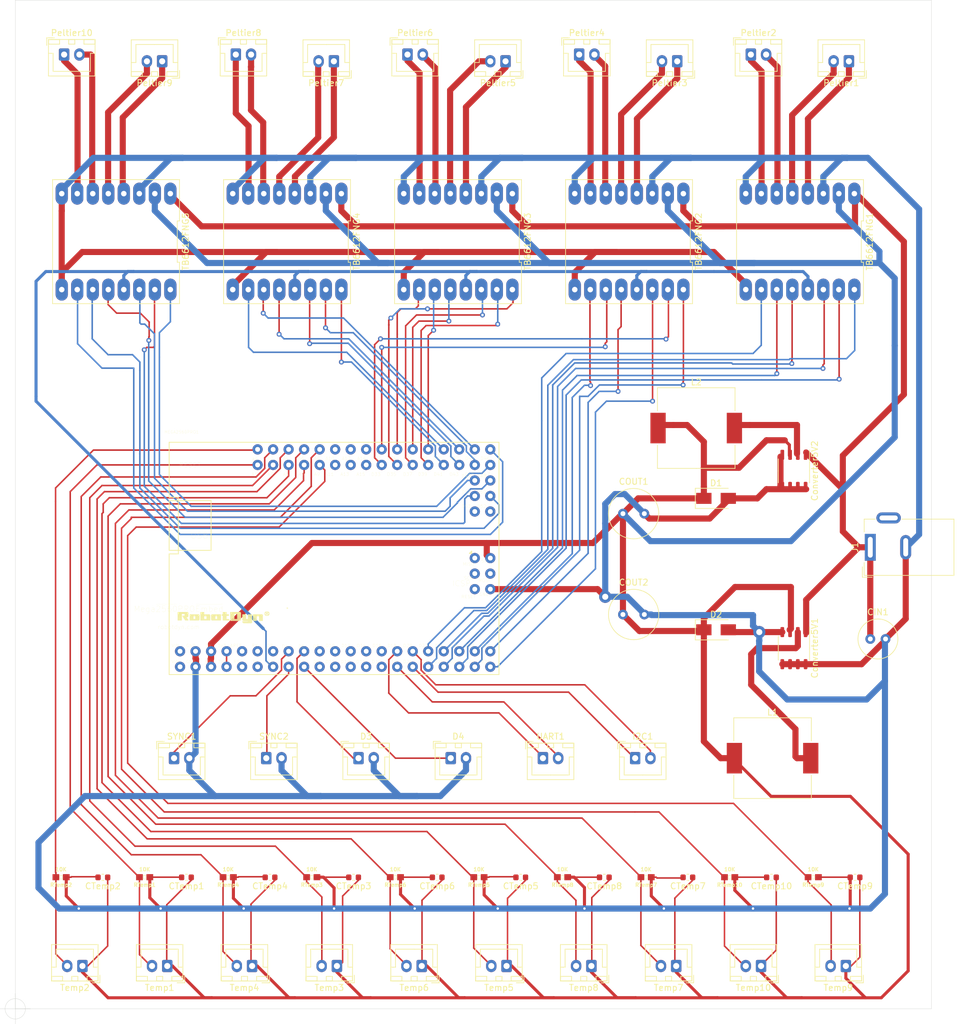
<source format=kicad_pcb>
(kicad_pcb (version 20171130) (host pcbnew "(5.1.5)-3")
  (layers (0 F.Cu signal) (31 B.Cu signal) (34 B.Paste user) (35 F.Paste user) (36 B.SilkS user) (37 F.SilkS user) (38 B.Mask user) (39 F.Mask user) (44 Edge.Cuts user))
  (net 0 "")
  (net 1 GND)
  (net 2 +12V)
  (net 3 +5V)
  (net 4 +3V3)
  (net 5 /Temp1)
  (net 6 "Net-(Peltier1-Pad2)")
  (net 7 "Net-(Peltier1-Pad1)")
  (net 8 "Net-(Peltier2-Pad2)")
  (net 9 "Net-(Peltier2-Pad1)")
  (net 10 "Net-(Converter5V1-Pad2)")
  (net 11 /PWM1)
  (net 12 /A1)
  (net 13 /B1)
  (net 14 /PWM2)
  (net 15 /A2)
  (net 16 /B2)
  (net 17 STBY)
  (net 18 "Net-(Converter5V2-Pad2)")
  (net 19 /PWM3)
  (net 20 /A3)
  (net 21 /B3)
  (net 22 /PWM5)
  (net 23 /A5)
  (net 24 /B5)
  (net 25 /PWM4)
  (net 26 /A4)
  (net 27 /B4)
  (net 28 /PWM6)
  (net 29 /A6)
  (net 30 /B6)
  (net 31 /PWM7)
  (net 32 /A7)
  (net 33 /B7)
  (net 34 /PWM9)
  (net 35 /A9)
  (net 36 /A10)
  (net 37 /PWM10)
  (net 38 /B8)
  (net 39 /A8)
  (net 40 /PWM8)
  (net 41 /Temp0)
  (net 42 /Temp2)
  (net 43 /Temp3)
  (net 44 /Temp5)
  (net 45 /Temp4)
  (net 46 /Temp6)
  (net 47 /Temp7)
  (net 48 /Temp8)
  (net 49 /Temp9)
  (net 50 /B10)
  (net 51 /B9)
  (net 52 "Net-(Peltier3-Pad2)")
  (net 53 "Net-(Peltier3-Pad1)")
  (net 54 "Net-(Peltier4-Pad2)")
  (net 55 "Net-(Peltier4-Pad1)")
  (net 56 "Net-(Peltier5-Pad2)")
  (net 57 "Net-(Peltier5-Pad1)")
  (net 58 "Net-(Peltier6-Pad2)")
  (net 59 "Net-(Peltier6-Pad1)")
  (net 60 "Net-(Peltier7-Pad2)")
  (net 61 "Net-(Peltier7-Pad1)")
  (net 62 "Net-(Peltier8-Pad2)")
  (net 63 "Net-(Peltier8-Pad1)")
  (net 64 "Net-(Peltier9-Pad2)")
  (net 65 "Net-(Peltier9-Pad1)")
  (net 66 "Net-(Peltier10-Pad2)")
  (net 67 "Net-(Peltier10-Pad1)")
  (net 68 /SDA)
  (net 69 /SCL)
  (net 70 /RX1)
  (net 71 /TX1)
  (net 72 /D6)
  (net 73 /D7)
  (net 74 /SYNC2)
  (net 75 /SYNC1)
  (module PeltierArray:MEGA2560PRO-EMBED (layer F.Cu) (at 85 110)
    (fp_text reference MEGA2560PRO1 (at -32.766 -19.3548) (layer F.SilkS) (effects (font (size 0.48 0.48) (thickness 0.015))))
    (fp_text value MEGA2560PRO-EMBED)
    (fp_text user D29 (at 14.4255 18.2184) (layer F.SilkS) (effects (font (size 0.52 0.52) (thickness 0.015))))
    (fp_text user D17 (at -0.848131 18.2184) (layer F.SilkS) (effects (font (size 0.52 0.52) (thickness 0.015))))
    (fp_text user 3V3 (at -26.1557 18.2184) (layer F.SilkS) (effects (font (size 0.52 0.52) (thickness 0.015))))
    (fp_text user D27 (at 11.9013 18.2184) (layer F.SilkS) (effects (font (size 0.52 0.52) (thickness 0.015))))
    (fp_text user D25 (at 9.36287 18.2184) (layer F.SilkS) (effects (font (size 0.52 0.52) (thickness 0.015))))
    (fp_text user D21 (at 4.2481 18.2184) (layer F.SilkS) (effects (font (size 0.52 0.52) (thickness 0.015))))
    (fp_text user D19 (at 1.78404 18.2184) (layer F.SilkS) (effects (font (size 0.52 0.52) (thickness 0.015))))
    (fp_text user D13 (at -5.93334 18.2184) (layer F.SilkS) (effects (font (size 0.52 0.52) (thickness 0.015))))
    (fp_text user D11 (at -8.44883 18.2184) (layer F.SilkS) (effects (font (size 0.52 0.52) (thickness 0.015))))
    (fp_text user D9 (at -10.6967 18.2184) (layer F.SilkS) (effects (font (size 0.52 0.52) (thickness 0.015))))
    (fp_text user D5 (at -15.7541 18.215) (layer F.SilkS) (effects (font (size 0.52 0.52) (thickness 0.015))))
    (fp_text user RST (at -23.5621 18.2283) (layer F.SilkS) (effects (font (size 0.52 0.52) (thickness 0.015))))
    (fp_text user D3 (at -18.2663 18.2184) (layer F.SilkS) (effects (font (size 0.52 0.52) (thickness 0.015))))
    (fp_text user TX (at -20.743 18.215) (layer F.SilkS) (effects (font (size 0.52 0.52) (thickness 0.015))))
    (fp_text user 5V (at -28.4067 18.215) (layer F.SilkS) (effects (font (size 0.52 0.52) (thickness 0.015))))
    (fp_text user GND (at -31.2588 18.2283) (layer F.SilkS) (effects (font (size 0.52 0.52) (thickness 0.015))))
    (fp_text user D31 (at 17.0064 18.2184) (layer F.SilkS) (effects (font (size 0.52 0.52) (thickness 0.015))))
    (fp_text user D23 (at 6.82193 18.2184) (layer F.SilkS) (effects (font (size 0.52 0.52) (thickness 0.015))))
    (fp_text user D15 (at -3.41094 18.2184) (layer F.SilkS) (effects (font (size 0.52 0.52) (thickness 0.015))))
    (fp_text user D7 (at -13.2191 18.215) (layer F.SilkS) (effects (font (size 0.52 0.52) (thickness 0.015))))
    (fp_text user VIN (at -33.7838 18.215) (layer F.SilkS) (effects (font (size 0.52 0.52) (thickness 0.015))))
    (fp_text user D14 (at -3.32605 15.5882) (layer F.SilkS) (effects (font (size 0.52 0.52) (thickness 0.015))))
    (fp_text user D30 (at 17.0587 15.5882) (layer F.SilkS) (effects (font (size 0.52 0.52) (thickness 0.015))))
    (fp_text user D24 (at 9.41034 15.5882) (layer F.SilkS) (effects (font (size 0.52 0.52) (thickness 0.015))))
    (fp_text user D18 (at 1.67739 15.5882) (layer F.SilkS) (effects (font (size 0.52 0.52) (thickness 0.015))))
    (fp_text user D28 (at 14.4322 15.5882) (layer F.SilkS) (effects (font (size 0.52 0.52) (thickness 0.015))))
    (fp_text user D26 (at 11.9199 15.5882) (layer F.SilkS) (effects (font (size 0.52 0.52) (thickness 0.015))))
    (fp_text user D22 (at 6.80006 15.5882) (layer F.SilkS) (effects (font (size 0.52 0.52) (thickness 0.015))))
    (fp_text user D20 (at 4.26502 15.5882) (layer F.SilkS) (effects (font (size 0.52 0.52) (thickness 0.015))))
    (fp_text user D16 (at -0.758088 15.5882) (layer F.SilkS) (effects (font (size 0.52 0.52) (thickness 0.015))))
    (fp_text user D12 (at -5.85152 15.5882) (layer F.SilkS) (effects (font (size 0.52 0.52) (thickness 0.015))))
    (fp_text user D10 (at -8.43539 15.5882) (layer F.SilkS) (effects (font (size 0.52 0.52) (thickness 0.015))))
    (fp_text user D8 (at -10.7153 15.7152) (layer F.SilkS) (effects (font (size 0.52 0.52) (thickness 0.015))))
    (fp_text user D2 (at -18.314 15.5882) (layer F.SilkS) (effects (font (size 0.52 0.52) (thickness 0.015))))
    (fp_text user RX (at -20.7797 15.5848) (layer F.SilkS) (effects (font (size 0.52 0.52) (thickness 0.015))))
    (fp_text user AREF (at -23.8628 15.5848) (layer F.SilkS) (effects (font (size 0.52 0.52) (thickness 0.015))))
    (fp_text user D6 (at -13.148 15.7152) (layer F.SilkS) (effects (font (size 0.52 0.52) (thickness 0.015))))
    (fp_text user D4 (at -15.8268 15.7118) (layer F.SilkS) (effects (font (size 0.52 0.52) (thickness 0.015))))
    (fp_text user D52 (at 16.366 -7.21172) (layer F.SilkS) (effects (font (size 0.52 0.52) (thickness 0.015))))
    (fp_text user D53 (at 13.846 -7.21172) (layer F.SilkS) (effects (font (size 0.52 0.52) (thickness 0.015))))
    (fp_text user D50 (at 16.366 -9.56247) (layer F.SilkS) (effects (font (size 0.52 0.52) (thickness 0.015))))
    (fp_text user D48 (at 16.366 -12.1344) (layer F.SilkS) (effects (font (size 0.52 0.52) (thickness 0.015))))
    (fp_text user D51 (at 13.846 -9.55695) (layer F.SilkS) (effects (font (size 0.52 0.52) (thickness 0.015))))
    (fp_text user D49 (at 13.846 -12.1344) (layer F.SilkS) (effects (font (size 0.52 0.52) (thickness 0.015))))
    (fp_text user D46 (at 16.9247 -15.0387) (layer F.SilkS) (effects (font (size 0.52 0.52) (thickness 0.015))))
    (fp_text user D32 (at -0.910972 -15.0387) (layer F.SilkS) (effects (font (size 0.52 0.52) (thickness 0.015))))
    (fp_text user A10 (at -8.48871 -15.0387) (layer F.SilkS) (effects (font (size 0.52 0.52) (thickness 0.015))))
    (fp_text user D47 (at 16.9624 -12.4406) (layer F.SilkS) (effects (font (size 0.52 0.52) (thickness 0.015))))
    (fp_text user D33 (at -0.950519 -12.4373) (layer F.SilkS) (effects (font (size 0.52 0.52) (thickness 0.015))))
    (fp_text user A11 (at -8.56099 -12.4373) (layer F.SilkS) (effects (font (size 0.52 0.52) (thickness 0.015))))
    (fp_text user D42 (at 11.8896 -15.0387) (layer F.SilkS) (effects (font (size 0.52 0.52) (thickness 0.015))))
    (fp_text user D40 (at 9.16904 -15.0387) (layer F.SilkS) (effects (font (size 0.52 0.52) (thickness 0.015))))
    (fp_text user D38 (at 6.76755 -15.0387) (layer F.SilkS) (effects (font (size 0.52 0.52) (thickness 0.015))))
    (fp_text user D36 (at 4.26481 -15.0387) (layer F.SilkS) (effects (font (size 0.52 0.52) (thickness 0.015))))
    (fp_text user D34 (at 1.62357 -15.0387) (layer F.SilkS) (effects (font (size 0.52 0.52) (thickness 0.015))))
    (fp_text user A14 (at -3.29639 -15.0387) (layer F.SilkS) (effects (font (size 0.52 0.52) (thickness 0.015))))
    (fp_text user A12 (at -5.81045 -15.0387) (layer F.SilkS) (effects (font (size 0.52 0.52) (thickness 0.015))))
    (fp_text user D43 (at 11.8683 -12.4373) (layer F.SilkS) (effects (font (size 0.52 0.52) (thickness 0.015))))
    (fp_text user D41 (at 9.27631 -12.4373) (layer F.SilkS) (effects (font (size 0.52 0.52) (thickness 0.015))))
    (fp_text user D39 (at 6.70263 -12.4373) (layer F.SilkS) (effects (font (size 0.52 0.52) (thickness 0.015))))
    (fp_text user D37 (at 4.25315 -12.4373) (layer F.SilkS) (effects (font (size 0.52 0.52) (thickness 0.015))))
    (fp_text user D35 (at 1.6254 -12.4373) (layer F.SilkS) (effects (font (size 0.52 0.52) (thickness 0.015))))
    (fp_text user A15 (at -3.42219 -12.4373) (layer F.SilkS) (effects (font (size 0.52 0.52) (thickness 0.015))))
    (fp_text user A13 (at -6.05821 -12.4373) (layer F.SilkS) (effects (font (size 0.52 0.52) (thickness 0.015))))
    (fp_text user D44 (at 14.4242 -15.0421) (layer F.SilkS) (effects (font (size 0.52 0.52) (thickness 0.015))))
    (fp_text user D45 (at 14.4274 -12.4406) (layer F.SilkS) (effects (font (size 0.52 0.52) (thickness 0.015))))
    (fp_text user A9 (at -10.587 -12.4373) (layer F.SilkS) (effects (font (size 0.52 0.52) (thickness 0.015))))
    (fp_text user A8 (at -10.5898 -15.0387) (layer F.SilkS) (effects (font (size 0.52 0.52) (thickness 0.015))))
    (fp_text user A6 (at -13.183 -15.0387) (layer F.SilkS) (effects (font (size 0.52 0.52) (thickness 0.015))))
    (fp_text user A7 (at -13.1104 -12.4406) (layer F.SilkS) (effects (font (size 0.52 0.52) (thickness 0.015))))
    (fp_text user A5 (at -15.7058 -12.4406) (layer F.SilkS) (effects (font (size 0.52 0.52) (thickness 0.015))))
    (fp_text user A4 (at -15.7028 -15.0421) (layer F.SilkS) (effects (font (size 0.52 0.52) (thickness 0.015))))
    (fp_text user A3 (at -18.2393 -12.4373) (layer F.SilkS) (effects (font (size 0.52 0.52) (thickness 0.015))))
    (fp_text user A2 (at -18.222 -15.0387) (layer F.SilkS) (effects (font (size 0.52 0.52) (thickness 0.015))))
    (fp_text user A1 (at -20.8329 -12.4373) (layer F.SilkS) (effects (font (size 0.52 0.52) (thickness 0.015))))
    (fp_text user A0 (at -20.7658 -14.9117) (layer F.SilkS) (effects (font (size 0.52 0.52) (thickness 0.015))))
    (fp_text user robotdyn.com (at -33.2579 12.5363) (layer F.SilkS) (effects (font (size 0.682419 0.682419) (thickness 0.015))))
    (fp_text user ICSP (at 13.0575 5.42448) (layer F.SilkS) (effects (font (size 0.892378 0.892378) (thickness 0.015))))
    (fp_text user RESET (at -31.4028 -13.9752) (layer F.SilkS) (effects (font (size 0.787399 0.787399) (thickness 0.015))))
    (fp_text user VIN (at -33.7831 15.5848) (layer F.SilkS) (effects (font (size 0.52 0.52) (thickness 0.015))))
    (fp_text user 5V (at -28.3568 15.5848) (layer F.SilkS) (effects (font (size 0.52 0.52) (thickness 0.015))))
    (fp_text user GND (at -31.2391 15.5982) (layer F.SilkS) (effects (font (size 0.52 0.52) (thickness 0.015))))
    (fp_text user 3V3 (at -26.1831 15.5882) (layer F.SilkS) (effects (font (size 0.52 0.52) (thickness 0.015))))
    (fp_text user Mega~2560~PRO~Embed (at -33.2604 9.5934) (layer F.SilkS) (effects (font (size 0.944882 0.944882) (thickness 0.015))))
    (fp_text user MISO (at 14.221 2.25872) (layer F.SilkS) (effects (font (size 0.52 0.52) (thickness 0.015))))
    (fp_text user SCK (at 14.221 4.54472) (layer F.SilkS) (effects (font (size 0.52 0.52) (thickness 0.015))))
    (fp_text user RESET (at 14.221 7.59272) (layer F.SilkS) (effects (font (size 0.52 0.52) (thickness 0.015))))
    (fp_text user GND (at 16.761 7.21172) (layer F.SilkS) (effects (font (size 0.52 0.52) (thickness 0.015))))
    (fp_text user MOSI (at 16.761 4.92572) (layer F.SilkS) (effects (font (size 0.52 0.52) (thickness 0.015))))
    (fp_text user 5V (at 16.761 1.75072) (layer F.SilkS) (effects (font (size 0.52 0.52) (thickness 0.015))))
    (fp_text user USB (at -29.845 -2.413) (layer F.SilkS) (effects (font (thickness 0.015))))
    (pad VIN@2 thru_hole circle (at -33.02 16.51) (size 1.6764 1.6764) (drill 0.8) (layers *.Cu *.Mask))
    (pad VIN@1 thru_hole circle (at -33.02 19.05) (size 1.6764 1.6764) (drill 0.8) (layers *.Cu *.Mask))
    (pad GND@2 thru_hole circle (at -30.48 16.51) (size 1.6764 1.6764) (drill 0.8) (layers *.Cu *.Mask) (net 1 GND))
    (pad GND@1 thru_hole circle (at -30.48 19.05) (size 1.6764 1.6764) (drill 0.8) (layers *.Cu *.Mask) (net 1 GND))
    (pad 5V@1 thru_hole circle (at -27.94 19.05) (size 1.6764 1.6764) (drill 0.8) (layers *.Cu *.Mask) (net 3 +5V))
    (pad 5V@2 thru_hole circle (at -27.94 16.51) (size 1.6764 1.6764) (drill 0.8) (layers *.Cu *.Mask) (net 3 +5V))
    (pad 3V3@2 thru_hole circle (at -25.4 16.51) (size 1.6764 1.6764) (drill 0.8) (layers *.Cu *.Mask) (net 4 +3V3))
    (pad 3V3@1 thru_hole circle (at -25.4 19.05) (size 1.6764 1.6764) (drill 0.8) (layers *.Cu *.Mask) (net 4 +3V3))
    (pad RST thru_hole circle (at -22.86 19.05) (size 1.6764 1.6764) (drill 0.8) (layers *.Cu *.Mask))
    (pad AREF thru_hole circle (at -22.86 16.51) (size 1.6764 1.6764) (drill 0.8) (layers *.Cu *.Mask))
    (pad RX thru_hole circle (at -20.32 16.51) (size 1.6764 1.6764) (drill 0.8) (layers *.Cu *.Mask))
    (pad TX thru_hole circle (at -20.32 19.05) (size 1.6764 1.6764) (drill 0.8) (layers *.Cu *.Mask))
    (pad D3 thru_hole circle (at -17.78 19.05) (size 1.6764 1.6764) (drill 0.8) (layers *.Cu *.Mask) (net 17 STBY))
    (pad D5 thru_hole circle (at -15.24 19.05) (size 1.6764 1.6764) (drill 0.8) (layers *.Cu *.Mask) (net 74 /SYNC2))
    (pad D7 thru_hole circle (at -12.7 19.05) (size 1.6764 1.6764) (drill 0.8) (layers *.Cu *.Mask) (net 73 /D7))
    (pad D9 thru_hole circle (at -10.16 19.05) (size 1.6764 1.6764) (drill 0.8) (layers *.Cu *.Mask))
    (pad D11 thru_hole circle (at -7.62 19.05) (size 1.6764 1.6764) (drill 0.8) (layers *.Cu *.Mask))
    (pad D13 thru_hole circle (at -5.08 19.05) (size 1.6764 1.6764) (drill 0.8) (layers *.Cu *.Mask))
    (pad D15 thru_hole circle (at -2.54 19.05) (size 1.6764 1.6764) (drill 0.8) (layers *.Cu *.Mask))
    (pad D17 thru_hole circle (at 0 19.05) (size 1.6764 1.6764) (drill 0.8) (layers *.Cu *.Mask))
    (pad D19 thru_hole circle (at 2.54 19.05) (size 1.6764 1.6764) (drill 0.8) (layers *.Cu *.Mask) (net 70 /RX1))
    (pad D21 thru_hole circle (at 5.08 19.05) (size 1.6764 1.6764) (drill 0.8) (layers *.Cu *.Mask) (net 69 /SCL))
    (pad D2 thru_hole circle (at -17.78 16.51) (size 1.6764 1.6764) (drill 0.8) (layers *.Cu *.Mask))
    (pad D4 thru_hole circle (at -15.24 16.51) (size 1.6764 1.6764) (drill 0.8) (layers *.Cu *.Mask) (net 75 /SYNC1))
    (pad D6 thru_hole circle (at -12.7 16.51) (size 1.6764 1.6764) (drill 0.8) (layers *.Cu *.Mask) (net 72 /D6))
    (pad D8 thru_hole circle (at -10.16 16.51) (size 1.6764 1.6764) (drill 0.8) (layers *.Cu *.Mask))
    (pad D10 thru_hole circle (at -7.62 16.51) (size 1.6764 1.6764) (drill 0.8) (layers *.Cu *.Mask))
    (pad D12 thru_hole circle (at -5.08 16.51) (size 1.6764 1.6764) (drill 0.8) (layers *.Cu *.Mask))
    (pad D14 thru_hole circle (at -2.54 16.51) (size 1.6764 1.6764) (drill 0.8) (layers *.Cu *.Mask))
    (pad D16 thru_hole circle (at 0 16.51) (size 1.6764 1.6764) (drill 0.8) (layers *.Cu *.Mask))
    (pad D18 thru_hole circle (at 2.54 16.51) (size 1.6764 1.6764) (drill 0.8) (layers *.Cu *.Mask) (net 71 /TX1))
    (pad D20 thru_hole circle (at 5.08 16.51) (size 1.6764 1.6764) (drill 0.8) (layers *.Cu *.Mask) (net 68 /SDA))
    (pad D23 thru_hole circle (at 7.62 19.05) (size 1.6764 1.6764) (drill 0.8) (layers *.Cu *.Mask) (net 11 /PWM1))
    (pad D25 thru_hole circle (at 10.16 19.05) (size 1.6764 1.6764) (drill 0.8) (layers *.Cu *.Mask) (net 12 /A1))
    (pad D27 thru_hole circle (at 12.7 19.05) (size 1.6764 1.6764) (drill 0.8) (layers *.Cu *.Mask) (net 13 /B1))
    (pad D29 thru_hole circle (at 15.24 19.05) (size 1.6764 1.6764) (drill 0.8) (layers *.Cu *.Mask) (net 19 /PWM3))
    (pad D31 thru_hole circle (at 17.78 19.05) (size 1.6764 1.6764) (drill 0.8) (layers *.Cu *.Mask) (net 20 /A3))
    (pad D30 thru_hole circle (at 17.78 16.51) (size 1.6764 1.6764) (drill 0.8) (layers *.Cu *.Mask) (net 26 /A4))
    (pad D28 thru_hole circle (at 15.24 16.51) (size 1.6764 1.6764) (drill 0.8) (layers *.Cu *.Mask) (net 25 /PWM4))
    (pad D26 thru_hole circle (at 12.7 16.51) (size 1.6764 1.6764) (drill 0.8) (layers *.Cu *.Mask) (net 16 /B2))
    (pad D24 thru_hole circle (at 10.16 16.51) (size 1.6764 1.6764) (drill 0.8) (layers *.Cu *.Mask) (net 15 /A2))
    (pad D22 thru_hole circle (at 7.62 16.51) (size 1.6764 1.6764) (drill 0.8) (layers *.Cu *.Mask) (net 14 /PWM2))
    (pad A1 thru_hole circle (at -20.32 -13.97) (size 1.6764 1.6764) (drill 0.8) (layers *.Cu *.Mask) (net 5 /Temp1))
    (pad A0 thru_hole circle (at -20.32 -16.51) (size 1.6764 1.6764) (drill 0.8) (layers *.Cu *.Mask) (net 41 /Temp0))
    (pad A2 thru_hole circle (at -17.78 -16.51) (size 1.6764 1.6764) (drill 0.8) (layers *.Cu *.Mask) (net 42 /Temp2))
    (pad A3 thru_hole circle (at -17.78 -13.97) (size 1.6764 1.6764) (drill 0.8) (layers *.Cu *.Mask) (net 43 /Temp3))
    (pad A5 thru_hole circle (at -15.24 -13.97) (size 1.6764 1.6764) (drill 0.8) (layers *.Cu *.Mask) (net 44 /Temp5))
    (pad A4 thru_hole circle (at -15.24 -16.51) (size 1.6764 1.6764) (drill 0.8) (layers *.Cu *.Mask) (net 45 /Temp4))
    (pad A6 thru_hole circle (at -12.7 -16.51) (size 1.6764 1.6764) (drill 0.8) (layers *.Cu *.Mask) (net 46 /Temp6))
    (pad A7 thru_hole circle (at -12.7 -13.97) (size 1.6764 1.6764) (drill 0.8) (layers *.Cu *.Mask) (net 47 /Temp7))
    (pad A8 thru_hole circle (at -10.16 -16.51) (size 1.6764 1.6764) (drill 0.8) (layers *.Cu *.Mask) (net 48 /Temp8))
    (pad A9 thru_hole circle (at -10.16 -13.97) (size 1.6764 1.6764) (drill 0.8) (layers *.Cu *.Mask) (net 49 /Temp9))
    (pad A10 thru_hole circle (at -7.62 -16.51) (size 1.6764 1.6764) (drill 0.8) (layers *.Cu *.Mask))
    (pad A11 thru_hole circle (at -7.62 -13.97) (size 1.6764 1.6764) (drill 0.8) (layers *.Cu *.Mask))
    (pad A12 thru_hole circle (at -5.08 -16.51) (size 1.6764 1.6764) (drill 0.8) (layers *.Cu *.Mask))
    (pad A13 thru_hole circle (at -5.08 -13.97) (size 1.6764 1.6764) (drill 0.8) (layers *.Cu *.Mask))
    (pad A14 thru_hole circle (at -2.54 -16.51) (size 1.6764 1.6764) (drill 0.8) (layers *.Cu *.Mask))
    (pad A15 thru_hole circle (at -2.54 -13.97) (size 1.6764 1.6764) (drill 0.8) (layers *.Cu *.Mask))
    (pad D32 thru_hole circle (at 0 -16.51) (size 1.6764 1.6764) (drill 0.8) (layers *.Cu *.Mask) (net 27 /B4))
    (pad D33 thru_hole circle (at 0 -13.97) (size 1.6764 1.6764) (drill 0.8) (layers *.Cu *.Mask) (net 21 /B3))
    (pad D34 thru_hole circle (at 2.54 -16.51) (size 1.6764 1.6764) (drill 0.8) (layers *.Cu *.Mask) (net 28 /PWM6))
    (pad D35 thru_hole circle (at 2.54 -13.97) (size 1.6764 1.6764) (drill 0.8) (layers *.Cu *.Mask) (net 22 /PWM5))
    (pad D36 thru_hole circle (at 5.08 -16.51) (size 1.6764 1.6764) (drill 0.8) (layers *.Cu *.Mask) (net 29 /A6))
    (pad D37 thru_hole circle (at 5.08 -13.97) (size 1.6764 1.6764) (drill 0.8) (layers *.Cu *.Mask) (net 23 /A5))
    (pad D38 thru_hole circle (at 7.62 -16.51) (size 1.6764 1.6764) (drill 0.8) (layers *.Cu *.Mask) (net 30 /B6))
    (pad D39 thru_hole circle (at 7.62 -13.97) (size 1.6764 1.6764) (drill 0.8) (layers *.Cu *.Mask) (net 24 /B5))
    (pad D40 thru_hole circle (at 10.16 -16.51) (size 1.6764 1.6764) (drill 0.8) (layers *.Cu *.Mask) (net 40 /PWM8))
    (pad D41 thru_hole circle (at 10.16 -13.97) (size 1.6764 1.6764) (drill 0.8) (layers *.Cu *.Mask) (net 31 /PWM7))
    (pad D42 thru_hole circle (at 12.7 -16.51) (size 1.6764 1.6764) (drill 0.8) (layers *.Cu *.Mask) (net 39 /A8))
    (pad D43 thru_hole circle (at 12.7 -13.97) (size 1.6764 1.6764) (drill 0.8) (layers *.Cu *.Mask) (net 32 /A7))
    (pad D44 thru_hole circle (at 15.24 -16.51) (size 1.6764 1.6764) (drill 0.8) (layers *.Cu *.Mask) (net 38 /B8))
    (pad D45 thru_hole circle (at 15.24 -13.97) (size 1.6764 1.6764) (drill 0.8) (layers *.Cu *.Mask) (net 33 /B7))
    (pad D46 thru_hole circle (at 17.78 -16.51) (size 1.6764 1.6764) (drill 0.8) (layers *.Cu *.Mask) (net 37 /PWM10))
    (pad D47 thru_hole circle (at 17.78 -13.97) (size 1.6764 1.6764) (drill 0.8) (layers *.Cu *.Mask) (net 34 /PWM9))
    (pad D48 thru_hole circle (at 17.78 -11.43) (size 1.6764 1.6764) (drill 0.8) (layers *.Cu *.Mask) (net 36 /A10))
    (pad D49 thru_hole circle (at 15.24 -11.43) (size 1.6764 1.6764) (drill 0.8) (layers *.Cu *.Mask) (net 35 /A9))
    (pad D51 thru_hole circle (at 15.24 -8.89) (size 1.6764 1.6764) (drill 0.8) (layers *.Cu *.Mask) (net 51 /B9))
    (pad D50 thru_hole circle (at 17.78 -8.89) (size 1.6764 1.6764) (drill 0.8) (layers *.Cu *.Mask) (net 50 /B10))
    (pad D52 thru_hole circle (at 17.78 -6.35) (size 1.6764 1.6764) (drill 0.8) (layers *.Cu *.Mask))
    (pad D53 thru_hole circle (at 15.24 -6.35) (size 1.6764 1.6764) (drill 0.8) (layers *.Cu *.Mask))
    (pad RESET thru_hole circle (at 15.24 6.35) (size 1.6764 1.6764) (drill 0.8) (layers *.Cu *.Mask))
    (pad GND@3 thru_hole circle (at 17.78 6.35) (size 1.6764 1.6764) (drill 0.8) (layers *.Cu *.Mask) (net 1 GND))
    (pad SCK thru_hole circle (at 15.24 3.81) (size 1.6764 1.6764) (drill 0.8) (layers *.Cu *.Mask))
    (pad MISO thru_hole circle (at 15.24 1.27) (size 1.6764 1.6764) (drill 0.8) (layers *.Cu *.Mask))
    (pad 5V@3 thru_hole circle (at 17.78 1.27) (size 1.6764 1.6764) (drill 0.8) (layers *.Cu *.Mask) (net 3 +5V))
    (pad MOSI thru_hole circle (at 17.78 3.81) (size 1.6764 1.6764) (drill 0.8) (layers *.Cu *.Mask))
  )
  (module Inductor_SMD:L_Wuerth_HCM-1390 (layer F.Cu) (at 136.5 90)
    (fp_text reference L2 (at 0 -7.5) (layer F.SilkS))
    (fp_text value "L 33uF 4.5A")
    (pad 2 smd rect (at 6.25 0) (size 2.5 5) (layers F.Cu F.Paste F.Mask) (net 18 "Net-(Converter5V2-Pad2)"))
    (pad 1 smd rect (at -6.25 0) (size 2.5 5) (layers F.Cu F.Paste F.Mask) (net 3 +5V))
  )
  (module Inductor_SMD:L_Wuerth_HCM-1390 (layer F.Cu) (at 149 144)
    (fp_text reference L1 (at 0 -7.5) (layer F.SilkS))
    (fp_text value "L 33uF 4.5A")
    (pad 2 smd rect (at 6.25 0) (size 2.5 5) (layers F.Cu F.Paste F.Mask) (net 10 "Net-(Converter5V1-Pad2)"))
    (pad 1 smd rect (at -6.25 0) (size 2.5 5) (layers F.Cu F.Paste F.Mask) (net 3 +5V))
  )
  (module Connector_JST:JST_XH_B2B-XH-A_1x02_P2.50mm_Vertical (layer F.Cu) (at 111.4 144)
    (fp_text reference UART1 (at 1.25 -3.55) (layer F.SilkS))
    (fp_text value Conn_01x02_Male)
    (pad 2 thru_hole oval (at 2.5 0) (size 1.7 2) (drill 1) (layers *.Cu *.Mask) (net 70 /RX1))
    (pad 1 thru_hole roundrect (at 0 0) (size 1.7 2) (drill 1) (layers *.Cu *.Mask) (roundrect_rratio 0.147059) (net 71 /TX1))
  )
  (module Connector_JST:JST_XH_B2B-XH-A_1x02_P2.50mm_Vertical (layer F.Cu) (at 66.1 144)
    (fp_text reference SYNC2 (at 1.25 -3.55) (layer F.SilkS))
    (fp_text value Conn_01x02_Male)
    (pad 2 thru_hole oval (at 2.5 0) (size 1.7 2) (drill 1) (layers *.Cu *.Mask) (net 1 GND))
    (pad 1 thru_hole roundrect (at 0 0) (size 1.7 2) (drill 1) (layers *.Cu *.Mask) (roundrect_rratio 0.147059) (net 74 /SYNC2))
  )
  (module Connector_JST:JST_XH_B2B-XH-A_1x02_P2.50mm_Vertical (layer F.Cu) (at 51 144)
    (fp_text reference SYNC1 (at 1.25 -3.55) (layer F.SilkS))
    (fp_text value Conn_01x02_Male)
    (pad 2 thru_hole oval (at 2.5 0) (size 1.7 2) (drill 1) (layers *.Cu *.Mask) (net 1 GND))
    (pad 1 thru_hole roundrect (at 0 0) (size 1.7 2) (drill 1) (layers *.Cu *.Mask) (roundrect_rratio 0.147059) (net 75 /SYNC1))
  )
  (module Connector_JST:JST_XH_B2B-XH-A_1x02_P2.50mm_Vertical (layer F.Cu) (at 126.5 144)
    (fp_text reference I2C1 (at 1.25 -3.55) (layer F.SilkS))
    (fp_text value Conn_01x02_Male)
    (pad 2 thru_hole oval (at 2.5 0) (size 1.7 2) (drill 1) (layers *.Cu *.Mask) (net 68 /SDA))
    (pad 1 thru_hole roundrect (at 0 0) (size 1.7 2) (drill 1) (layers *.Cu *.Mask) (roundrect_rratio 0.147059) (net 69 /SCL))
  )
  (module Connector_JST:JST_XH_B2B-XH-A_1x02_P2.50mm_Vertical (layer F.Cu) (at 96.3 144)
    (fp_text reference D4 (at 1.25 -3.55) (layer F.SilkS))
    (fp_text value Conn_01x02_Male)
    (pad 2 thru_hole oval (at 2.5 0) (size 1.7 2) (drill 1) (layers *.Cu *.Mask) (net 1 GND))
    (pad 1 thru_hole roundrect (at 0 0) (size 1.7 2) (drill 1) (layers *.Cu *.Mask) (roundrect_rratio 0.147059) (net 73 /D7))
  )
  (module Connector_JST:JST_XH_B2B-XH-A_1x02_P2.50mm_Vertical (layer F.Cu) (at 81.2 144)
    (fp_text reference D3 (at 1.25 -3.55) (layer F.SilkS))
    (fp_text value Conn_01x02_Male)
    (pad 2 thru_hole oval (at 2.5 0) (size 1.7 2) (drill 1) (layers *.Cu *.Mask) (net 1 GND))
    (pad 1 thru_hole roundrect (at 0 0) (size 1.7 2) (drill 1) (layers *.Cu *.Mask) (roundrect_rratio 0.147059) (net 72 /D6))
  )
  (module Connector_JST:JST_XH_B2B-XH-A_1x02_P2.50mm_Vertical (layer F.Cu) (at 33 28.9)
    (fp_text reference Peltier10 (at 1.25 -3.55) (layer F.SilkS))
    (fp_text value Conn_01x02_Male)
    (pad 2 thru_hole oval (at 2.5 0) (size 1.7 2) (drill 1) (layers *.Cu *.Mask) (net 66 "Net-(Peltier10-Pad2)"))
    (pad 1 thru_hole roundrect (at 0 0) (size 1.7 2) (drill 1) (layers *.Cu *.Mask) (roundrect_rratio 0.147059) (net 67 "Net-(Peltier10-Pad1)"))
  )
  (module Connector_JST:JST_XH_B2B-XH-A_1x02_P2.50mm_Vertical (layer F.Cu) (at 49.055555 30 180)
    (fp_text reference Peltier9 (at 1.25 -3.55) (layer F.SilkS))
    (fp_text value Conn_01x02_Male)
    (pad 2 thru_hole oval (at 2.5 0 180) (size 1.7 2) (drill 1) (layers *.Cu *.Mask) (net 64 "Net-(Peltier9-Pad2)"))
    (pad 1 thru_hole roundrect (at 0 0 180) (size 1.7 2) (drill 1) (layers *.Cu *.Mask) (roundrect_rratio 0.147059) (net 65 "Net-(Peltier9-Pad1)"))
  )
  (module Connector_JST:JST_XH_B2B-XH-A_1x02_P2.50mm_Vertical (layer F.Cu) (at 61.11111 28.9)
    (fp_text reference Peltier8 (at 1.25 -3.55) (layer F.SilkS))
    (fp_text value Conn_01x02_Male)
    (pad 2 thru_hole oval (at 2.5 0) (size 1.7 2) (drill 1) (layers *.Cu *.Mask) (net 62 "Net-(Peltier8-Pad2)"))
    (pad 1 thru_hole roundrect (at 0 0) (size 1.7 2) (drill 1) (layers *.Cu *.Mask) (roundrect_rratio 0.147059) (net 63 "Net-(Peltier8-Pad1)"))
  )
  (module Connector_JST:JST_XH_B2B-XH-A_1x02_P2.50mm_Vertical (layer F.Cu) (at 77.166665 30 180)
    (fp_text reference Peltier7 (at 1.25 -3.55) (layer F.SilkS))
    (fp_text value Conn_01x02_Male)
    (pad 2 thru_hole oval (at 2.5 0 180) (size 1.7 2) (drill 1) (layers *.Cu *.Mask) (net 60 "Net-(Peltier7-Pad2)"))
    (pad 1 thru_hole roundrect (at 0 0 180) (size 1.7 2) (drill 1) (layers *.Cu *.Mask) (roundrect_rratio 0.147059) (net 61 "Net-(Peltier7-Pad1)"))
  )
  (module Connector_JST:JST_XH_B2B-XH-A_1x02_P2.50mm_Vertical (layer F.Cu) (at 89.22222 28.9)
    (fp_text reference Peltier6 (at 1.25 -3.55) (layer F.SilkS))
    (fp_text value Conn_01x02_Male)
    (pad 2 thru_hole oval (at 2.5 0) (size 1.7 2) (drill 1) (layers *.Cu *.Mask) (net 58 "Net-(Peltier6-Pad2)"))
    (pad 1 thru_hole roundrect (at 0 0) (size 1.7 2) (drill 1) (layers *.Cu *.Mask) (roundrect_rratio 0.147059) (net 59 "Net-(Peltier6-Pad1)"))
  )
  (module Connector_JST:JST_XH_B2B-XH-A_1x02_P2.50mm_Vertical (layer F.Cu) (at 105.277775 30 180)
    (fp_text reference Peltier5 (at 1.25 -3.55) (layer F.SilkS))
    (fp_text value Conn_01x02_Male)
    (pad 2 thru_hole oval (at 2.5 0 180) (size 1.7 2) (drill 1) (layers *.Cu *.Mask) (net 56 "Net-(Peltier5-Pad2)"))
    (pad 1 thru_hole roundrect (at 0 0 180) (size 1.7 2) (drill 1) (layers *.Cu *.Mask) (roundrect_rratio 0.147059) (net 57 "Net-(Peltier5-Pad1)"))
  )
  (module Connector_JST:JST_XH_B2B-XH-A_1x02_P2.50mm_Vertical (layer F.Cu) (at 117.33333 28.9)
    (fp_text reference Peltier4 (at 1.25 -3.55) (layer F.SilkS))
    (fp_text value Conn_01x02_Male)
    (pad 2 thru_hole oval (at 2.5 0) (size 1.7 2) (drill 1) (layers *.Cu *.Mask) (net 54 "Net-(Peltier4-Pad2)"))
    (pad 1 thru_hole roundrect (at 0 0) (size 1.7 2) (drill 1) (layers *.Cu *.Mask) (roundrect_rratio 0.147059) (net 55 "Net-(Peltier4-Pad1)"))
  )
  (module Connector_JST:JST_XH_B2B-XH-A_1x02_P2.50mm_Vertical (layer F.Cu) (at 133.388885 30 180)
    (fp_text reference Peltier3 (at 1.25 -3.55) (layer F.SilkS))
    (fp_text value Conn_01x02_Male)
    (pad 2 thru_hole oval (at 2.5 0 180) (size 1.7 2) (drill 1) (layers *.Cu *.Mask) (net 52 "Net-(Peltier3-Pad2)"))
    (pad 1 thru_hole roundrect (at 0 0 180) (size 1.7 2) (drill 1) (layers *.Cu *.Mask) (roundrect_rratio 0.147059) (net 53 "Net-(Peltier3-Pad1)"))
  )
  (module Connector_JST:JST_XH_B2B-XH-A_1x02_P2.50mm_Vertical (layer F.Cu) (at 145.44444 28.9)
    (fp_text reference Peltier2 (at 1.25 -3.55) (layer F.SilkS))
    (fp_text value Conn_01x02_Male)
    (pad 2 thru_hole oval (at 2.5 0) (size 1.7 2) (drill 1) (layers *.Cu *.Mask) (net 8 "Net-(Peltier2-Pad2)"))
    (pad 1 thru_hole roundrect (at 0 0) (size 1.7 2) (drill 1) (layers *.Cu *.Mask) (roundrect_rratio 0.147059) (net 9 "Net-(Peltier2-Pad1)"))
  )
  (module Connector_JST:JST_XH_B2B-XH-A_1x02_P2.50mm_Vertical (layer F.Cu) (at 161.5 30 180)
    (fp_text reference Peltier1 (at 1.25 -3.55) (layer F.SilkS))
    (fp_text value Conn_01x02_Male)
    (pad 2 thru_hole oval (at 2.5 0 180) (size 1.7 2) (drill 1) (layers *.Cu *.Mask) (net 6 "Net-(Peltier1-Pad2)"))
    (pad 1 thru_hole roundrect (at 0 0 180) (size 1.7 2) (drill 1) (layers *.Cu *.Mask) (roundrect_rratio 0.147059) (net 7 "Net-(Peltier1-Pad1)"))
  )
  (module Connector_JST:JST_XH_B2B-XH-A_1x02_P2.50mm_Vertical (layer F.Cu) (at 161 178 180)
    (fp_text reference Temp9 (at 1.25 -3.55) (layer F.SilkS))
    (fp_text value Conn_01x02_Male)
    (pad 2 thru_hole oval (at 2.5 0 180) (size 1.7 2) (drill 1) (layers *.Cu *.Mask) (net 49 /Temp9))
    (pad 1 thru_hole roundrect (at 0 0 180) (size 1.7 2) (drill 1) (layers *.Cu *.Mask) (roundrect_rratio 0.147059) (net 3 +5V))
  )
  (module Connector_JST:JST_XH_B2B-XH-A_1x02_P2.50mm_Vertical (layer F.Cu) (at 147.111104 178 180)
    (fp_text reference Temp10 (at 1.25 -3.55) (layer F.SilkS))
    (fp_text value Conn_01x02_Male)
    (pad 2 thru_hole oval (at 2.5 0 180) (size 1.7 2) (drill 1) (layers *.Cu *.Mask) (net 48 /Temp8))
    (pad 1 thru_hole roundrect (at 0 0 180) (size 1.7 2) (drill 1) (layers *.Cu *.Mask) (roundrect_rratio 0.147059) (net 3 +5V))
  )
  (module Connector_JST:JST_XH_B2B-XH-A_1x02_P2.50mm_Vertical (layer F.Cu) (at 133.222216 178 180)
    (fp_text reference Temp7 (at 1.25 -3.55) (layer F.SilkS))
    (fp_text value Conn_01x02_Male)
    (pad 2 thru_hole oval (at 2.5 0 180) (size 1.7 2) (drill 1) (layers *.Cu *.Mask) (net 47 /Temp7))
    (pad 1 thru_hole roundrect (at 0 0 180) (size 1.7 2) (drill 1) (layers *.Cu *.Mask) (roundrect_rratio 0.147059) (net 3 +5V))
  )
  (module Connector_JST:JST_XH_B2B-XH-A_1x02_P2.50mm_Vertical (layer F.Cu) (at 119.333328 178 180)
    (fp_text reference Temp8 (at 1.25 -3.55) (layer F.SilkS))
    (fp_text value Conn_01x02_Male)
    (pad 2 thru_hole oval (at 2.5 0 180) (size 1.7 2) (drill 1) (layers *.Cu *.Mask) (net 46 /Temp6))
    (pad 1 thru_hole roundrect (at 0 0 180) (size 1.7 2) (drill 1) (layers *.Cu *.Mask) (roundrect_rratio 0.147059) (net 3 +5V))
  )
  (module Connector_JST:JST_XH_B2B-XH-A_1x02_P2.50mm_Vertical (layer F.Cu) (at 105.44444 178 180)
    (fp_text reference Temp5 (at 1.25 -3.55) (layer F.SilkS))
    (fp_text value Conn_01x02_Male)
    (pad 2 thru_hole oval (at 2.5 0 180) (size 1.7 2) (drill 1) (layers *.Cu *.Mask) (net 44 /Temp5))
    (pad 1 thru_hole roundrect (at 0 0 180) (size 1.7 2) (drill 1) (layers *.Cu *.Mask) (roundrect_rratio 0.147059) (net 3 +5V))
  )
  (module Connector_JST:JST_XH_B2B-XH-A_1x02_P2.50mm_Vertical (layer F.Cu) (at 91.555552 178 180)
    (fp_text reference Temp6 (at 1.25 -3.55) (layer F.SilkS))
    (fp_text value Conn_01x02_Male)
    (pad 2 thru_hole oval (at 2.5 0 180) (size 1.7 2) (drill 1) (layers *.Cu *.Mask) (net 45 /Temp4))
    (pad 1 thru_hole roundrect (at 0 0 180) (size 1.7 2) (drill 1) (layers *.Cu *.Mask) (roundrect_rratio 0.147059) (net 3 +5V))
  )
  (module Connector_JST:JST_XH_B2B-XH-A_1x02_P2.50mm_Vertical (layer F.Cu) (at 77.666664 178 180)
    (fp_text reference Temp3 (at 1.25 -3.55) (layer F.SilkS))
    (fp_text value Conn_01x02_Male)
    (pad 2 thru_hole oval (at 2.5 0 180) (size 1.7 2) (drill 1) (layers *.Cu *.Mask) (net 43 /Temp3))
    (pad 1 thru_hole roundrect (at 0 0 180) (size 1.7 2) (drill 1) (layers *.Cu *.Mask) (roundrect_rratio 0.147059) (net 3 +5V))
  )
  (module Connector_JST:JST_XH_B2B-XH-A_1x02_P2.50mm_Vertical (layer F.Cu) (at 63.777776 178 180)
    (fp_text reference Temp4 (at 1.25 -3.55) (layer F.SilkS))
    (fp_text value Conn_01x02_Male)
    (pad 2 thru_hole oval (at 2.5 0 180) (size 1.7 2) (drill 1) (layers *.Cu *.Mask) (net 42 /Temp2))
    (pad 1 thru_hole roundrect (at 0 0 180) (size 1.7 2) (drill 1) (layers *.Cu *.Mask) (roundrect_rratio 0.147059) (net 3 +5V))
  )
  (module Connector_JST:JST_XH_B2B-XH-A_1x02_P2.50mm_Vertical (layer F.Cu) (at 49.888888 178 180)
    (fp_text reference Temp1 (at 1.25 -3.55) (layer F.SilkS))
    (fp_text value Conn_01x02_Male)
    (pad 2 thru_hole oval (at 2.5 0 180) (size 1.7 2) (drill 1) (layers *.Cu *.Mask) (net 5 /Temp1))
    (pad 1 thru_hole roundrect (at 0 0 180) (size 1.7 2) (drill 1) (layers *.Cu *.Mask) (roundrect_rratio 0.147059) (net 3 +5V))
  )
  (module Connector_JST:JST_XH_B2B-XH-A_1x02_P2.50mm_Vertical (layer F.Cu) (at 36 178 180)
    (fp_text reference Temp2 (at 1.25 -3.55) (layer F.SilkS))
    (fp_text value Conn_01x02_Male)
    (pad 2 thru_hole oval (at 2.5 0 180) (size 1.7 2) (drill 1) (layers *.Cu *.Mask) (net 41 /Temp0))
    (pad 1 thru_hole roundrect (at 0 0 180) (size 1.7 2) (drill 1) (layers *.Cu *.Mask) (roundrect_rratio 0.147059) (net 3 +5V))
  )
  (module PeltierArray:DIP-16_617_ELL (layer F.Cu) (at 41.5 59.5 180)
    (fp_text reference TB6612FNG5 (at -11.39 0 90) (layer F.SilkS))
    (fp_text value TB6612FNG)
    (pad 8 thru_hole oval (at 8.89 7.8485 180) (size 2 3.6) (drill 0.9) (layers *.Cu *.Mask) (net 1 GND))
    (pad 9 thru_hole oval (at 8.89 -7.8485 180) (size 2 3.6) (drill 0.9) (layers *.Cu *.Mask) (net 1 GND))
    (pad 7 thru_hole oval (at 6.35 7.8485 180) (size 2 3.6) (drill 0.9) (layers *.Cu *.Mask) (net 67 "Net-(Peltier10-Pad1)"))
    (pad 10 thru_hole oval (at 6.35 -7.8485 180) (size 2 3.6) (drill 0.9) (layers *.Cu *.Mask) (net 37 /PWM10))
    (pad 6 thru_hole oval (at 3.81 7.8485 180) (size 2 3.6) (drill 0.9) (layers *.Cu *.Mask) (net 66 "Net-(Peltier10-Pad2)"))
    (pad 11 thru_hole oval (at 3.81 -7.8485 180) (size 2 3.6) (drill 0.9) (layers *.Cu *.Mask) (net 50 /B10))
    (pad 5 thru_hole oval (at 1.27 7.8485 180) (size 2 3.6) (drill 0.9) (layers *.Cu *.Mask) (net 64 "Net-(Peltier9-Pad2)"))
    (pad 12 thru_hole oval (at 1.27 -7.8485 180) (size 2 3.6) (drill 0.9) (layers *.Cu *.Mask) (net 36 /A10))
    (pad 4 thru_hole oval (at -1.27 7.8485 180) (size 2 3.6) (drill 0.9) (layers *.Cu *.Mask) (net 65 "Net-(Peltier9-Pad1)"))
    (pad 13 thru_hole oval (at -1.27 -7.8485 180) (size 2 3.6) (drill 0.9) (layers *.Cu *.Mask) (net 17 STBY))
    (pad 3 thru_hole oval (at -3.81 7.8485 180) (size 2 3.6) (drill 0.9) (layers *.Cu *.Mask) (net 1 GND))
    (pad 14 thru_hole oval (at -3.81 -7.8485 180) (size 2 3.6) (drill 0.9) (layers *.Cu *.Mask) (net 35 /A9))
    (pad 2 thru_hole oval (at -6.35 7.8485 180) (size 2 3.6) (drill 0.9) (layers *.Cu *.Mask) (net 3 +5V))
    (pad 15 thru_hole oval (at -6.35 -7.8485 180) (size 2 3.6) (drill 0.9) (layers *.Cu *.Mask) (net 51 /B9))
    (pad 1 thru_hole oval (at -8.89 7.8485 180) (size 2 3.6) (drill 0.9) (layers *.Cu *.Mask) (net 2 +12V))
    (pad 16 thru_hole oval (at -8.89 -7.8485 180) (size 2 3.6) (drill 0.9) (layers *.Cu *.Mask) (net 34 /PWM9))
  )
  (module PeltierArray:DIP-16_617_ELL (layer F.Cu) (at 69.5 59.5 180)
    (fp_text reference TB6612FNG4 (at -11.39 0 90) (layer F.SilkS))
    (fp_text value TB6612FNG)
    (pad 8 thru_hole oval (at 8.89 7.8485 180) (size 2 3.6) (drill 0.9) (layers *.Cu *.Mask) (net 1 GND))
    (pad 9 thru_hole oval (at 8.89 -7.8485 180) (size 2 3.6) (drill 0.9) (layers *.Cu *.Mask) (net 1 GND))
    (pad 7 thru_hole oval (at 6.35 7.8485 180) (size 2 3.6) (drill 0.9) (layers *.Cu *.Mask) (net 63 "Net-(Peltier8-Pad1)"))
    (pad 10 thru_hole oval (at 6.35 -7.8485 180) (size 2 3.6) (drill 0.9) (layers *.Cu *.Mask) (net 40 /PWM8))
    (pad 6 thru_hole oval (at 3.81 7.8485 180) (size 2 3.6) (drill 0.9) (layers *.Cu *.Mask) (net 62 "Net-(Peltier8-Pad2)"))
    (pad 11 thru_hole oval (at 3.81 -7.8485 180) (size 2 3.6) (drill 0.9) (layers *.Cu *.Mask) (net 38 /B8))
    (pad 5 thru_hole oval (at 1.27 7.8485 180) (size 2 3.6) (drill 0.9) (layers *.Cu *.Mask) (net 60 "Net-(Peltier7-Pad2)"))
    (pad 12 thru_hole oval (at 1.27 -7.8485 180) (size 2 3.6) (drill 0.9) (layers *.Cu *.Mask) (net 39 /A8))
    (pad 4 thru_hole oval (at -1.27 7.8485 180) (size 2 3.6) (drill 0.9) (layers *.Cu *.Mask) (net 61 "Net-(Peltier7-Pad1)"))
    (pad 13 thru_hole oval (at -1.27 -7.8485 180) (size 2 3.6) (drill 0.9) (layers *.Cu *.Mask) (net 17 STBY))
    (pad 3 thru_hole oval (at -3.81 7.8485 180) (size 2 3.6) (drill 0.9) (layers *.Cu *.Mask) (net 1 GND))
    (pad 14 thru_hole oval (at -3.81 -7.8485 180) (size 2 3.6) (drill 0.9) (layers *.Cu *.Mask) (net 32 /A7))
    (pad 2 thru_hole oval (at -6.35 7.8485 180) (size 2 3.6) (drill 0.9) (layers *.Cu *.Mask) (net 3 +5V))
    (pad 15 thru_hole oval (at -6.35 -7.8485 180) (size 2 3.6) (drill 0.9) (layers *.Cu *.Mask) (net 33 /B7))
    (pad 1 thru_hole oval (at -8.89 7.8485 180) (size 2 3.6) (drill 0.9) (layers *.Cu *.Mask) (net 2 +12V))
    (pad 16 thru_hole oval (at -8.89 -7.8485 180) (size 2 3.6) (drill 0.9) (layers *.Cu *.Mask) (net 31 /PWM7))
  )
  (module PeltierArray:DIP-16_617_ELL (layer F.Cu) (at 97.5 59.5 180)
    (fp_text reference TB6612FNG3 (at -11.39 0 90) (layer F.SilkS))
    (fp_text value TB6612FNG)
    (pad 8 thru_hole oval (at 8.89 7.8485 180) (size 2 3.6) (drill 0.9) (layers *.Cu *.Mask) (net 1 GND))
    (pad 9 thru_hole oval (at 8.89 -7.8485 180) (size 2 3.6) (drill 0.9) (layers *.Cu *.Mask) (net 1 GND))
    (pad 7 thru_hole oval (at 6.35 7.8485 180) (size 2 3.6) (drill 0.9) (layers *.Cu *.Mask) (net 59 "Net-(Peltier6-Pad1)"))
    (pad 10 thru_hole oval (at 6.35 -7.8485 180) (size 2 3.6) (drill 0.9) (layers *.Cu *.Mask) (net 28 /PWM6))
    (pad 6 thru_hole oval (at 3.81 7.8485 180) (size 2 3.6) (drill 0.9) (layers *.Cu *.Mask) (net 58 "Net-(Peltier6-Pad2)"))
    (pad 11 thru_hole oval (at 3.81 -7.8485 180) (size 2 3.6) (drill 0.9) (layers *.Cu *.Mask) (net 30 /B6))
    (pad 5 thru_hole oval (at 1.27 7.8485 180) (size 2 3.6) (drill 0.9) (layers *.Cu *.Mask) (net 56 "Net-(Peltier5-Pad2)"))
    (pad 12 thru_hole oval (at 1.27 -7.8485 180) (size 2 3.6) (drill 0.9) (layers *.Cu *.Mask) (net 29 /A6))
    (pad 4 thru_hole oval (at -1.27 7.8485 180) (size 2 3.6) (drill 0.9) (layers *.Cu *.Mask) (net 57 "Net-(Peltier5-Pad1)"))
    (pad 13 thru_hole oval (at -1.27 -7.8485 180) (size 2 3.6) (drill 0.9) (layers *.Cu *.Mask) (net 17 STBY))
    (pad 3 thru_hole oval (at -3.81 7.8485 180) (size 2 3.6) (drill 0.9) (layers *.Cu *.Mask) (net 1 GND))
    (pad 14 thru_hole oval (at -3.81 -7.8485 180) (size 2 3.6) (drill 0.9) (layers *.Cu *.Mask) (net 23 /A5))
    (pad 2 thru_hole oval (at -6.35 7.8485 180) (size 2 3.6) (drill 0.9) (layers *.Cu *.Mask) (net 3 +5V))
    (pad 15 thru_hole oval (at -6.35 -7.8485 180) (size 2 3.6) (drill 0.9) (layers *.Cu *.Mask) (net 24 /B5))
    (pad 1 thru_hole oval (at -8.89 7.8485 180) (size 2 3.6) (drill 0.9) (layers *.Cu *.Mask) (net 2 +12V))
    (pad 16 thru_hole oval (at -8.89 -7.8485 180) (size 2 3.6) (drill 0.9) (layers *.Cu *.Mask) (net 22 /PWM5))
  )
  (module PeltierArray:DIP-16_617_ELL (layer F.Cu) (at 125.5 59.5 180)
    (fp_text reference TB6612FNG2 (at -11.39 0 90) (layer F.SilkS))
    (fp_text value TB6612FNG)
    (pad 8 thru_hole oval (at 8.89 7.8485 180) (size 2 3.6) (drill 0.9) (layers *.Cu *.Mask) (net 1 GND))
    (pad 9 thru_hole oval (at 8.89 -7.8485 180) (size 2 3.6) (drill 0.9) (layers *.Cu *.Mask) (net 1 GND))
    (pad 7 thru_hole oval (at 6.35 7.8485 180) (size 2 3.6) (drill 0.9) (layers *.Cu *.Mask) (net 55 "Net-(Peltier4-Pad1)"))
    (pad 10 thru_hole oval (at 6.35 -7.8485 180) (size 2 3.6) (drill 0.9) (layers *.Cu *.Mask) (net 25 /PWM4))
    (pad 6 thru_hole oval (at 3.81 7.8485 180) (size 2 3.6) (drill 0.9) (layers *.Cu *.Mask) (net 54 "Net-(Peltier4-Pad2)"))
    (pad 11 thru_hole oval (at 3.81 -7.8485 180) (size 2 3.6) (drill 0.9) (layers *.Cu *.Mask) (net 27 /B4))
    (pad 5 thru_hole oval (at 1.27 7.8485 180) (size 2 3.6) (drill 0.9) (layers *.Cu *.Mask) (net 52 "Net-(Peltier3-Pad2)"))
    (pad 12 thru_hole oval (at 1.27 -7.8485 180) (size 2 3.6) (drill 0.9) (layers *.Cu *.Mask) (net 26 /A4))
    (pad 4 thru_hole oval (at -1.27 7.8485 180) (size 2 3.6) (drill 0.9) (layers *.Cu *.Mask) (net 53 "Net-(Peltier3-Pad1)"))
    (pad 13 thru_hole oval (at -1.27 -7.8485 180) (size 2 3.6) (drill 0.9) (layers *.Cu *.Mask) (net 17 STBY))
    (pad 3 thru_hole oval (at -3.81 7.8485 180) (size 2 3.6) (drill 0.9) (layers *.Cu *.Mask) (net 1 GND))
    (pad 14 thru_hole oval (at -3.81 -7.8485 180) (size 2 3.6) (drill 0.9) (layers *.Cu *.Mask) (net 20 /A3))
    (pad 2 thru_hole oval (at -6.35 7.8485 180) (size 2 3.6) (drill 0.9) (layers *.Cu *.Mask) (net 3 +5V))
    (pad 15 thru_hole oval (at -6.35 -7.8485 180) (size 2 3.6) (drill 0.9) (layers *.Cu *.Mask) (net 21 /B3))
    (pad 1 thru_hole oval (at -8.89 7.8485 180) (size 2 3.6) (drill 0.9) (layers *.Cu *.Mask) (net 2 +12V))
    (pad 16 thru_hole oval (at -8.89 -7.8485 180) (size 2 3.6) (drill 0.9) (layers *.Cu *.Mask) (net 19 /PWM3))
  )
  (module PeltierArray:DIP-16_617_ELL (layer F.Cu) (at 153.5 59.5 180)
    (fp_text reference TB6612FNG1 (at -11.39 0 90) (layer F.SilkS))
    (fp_text value TB6612FNG)
    (pad 8 thru_hole oval (at 8.89 7.8485 180) (size 2 3.6) (drill 0.9) (layers *.Cu *.Mask) (net 1 GND))
    (pad 9 thru_hole oval (at 8.89 -7.8485 180) (size 2 3.6) (drill 0.9) (layers *.Cu *.Mask) (net 1 GND))
    (pad 7 thru_hole oval (at 6.35 7.8485 180) (size 2 3.6) (drill 0.9) (layers *.Cu *.Mask) (net 9 "Net-(Peltier2-Pad1)"))
    (pad 10 thru_hole oval (at 6.35 -7.8485 180) (size 2 3.6) (drill 0.9) (layers *.Cu *.Mask) (net 14 /PWM2))
    (pad 6 thru_hole oval (at 3.81 7.8485 180) (size 2 3.6) (drill 0.9) (layers *.Cu *.Mask) (net 8 "Net-(Peltier2-Pad2)"))
    (pad 11 thru_hole oval (at 3.81 -7.8485 180) (size 2 3.6) (drill 0.9) (layers *.Cu *.Mask) (net 16 /B2))
    (pad 5 thru_hole oval (at 1.27 7.8485 180) (size 2 3.6) (drill 0.9) (layers *.Cu *.Mask) (net 6 "Net-(Peltier1-Pad2)"))
    (pad 12 thru_hole oval (at 1.27 -7.8485 180) (size 2 3.6) (drill 0.9) (layers *.Cu *.Mask) (net 15 /A2))
    (pad 4 thru_hole oval (at -1.27 7.8485 180) (size 2 3.6) (drill 0.9) (layers *.Cu *.Mask) (net 7 "Net-(Peltier1-Pad1)"))
    (pad 13 thru_hole oval (at -1.27 -7.8485 180) (size 2 3.6) (drill 0.9) (layers *.Cu *.Mask) (net 17 STBY))
    (pad 3 thru_hole oval (at -3.81 7.8485 180) (size 2 3.6) (drill 0.9) (layers *.Cu *.Mask) (net 1 GND))
    (pad 14 thru_hole oval (at -3.81 -7.8485 180) (size 2 3.6) (drill 0.9) (layers *.Cu *.Mask) (net 12 /A1))
    (pad 2 thru_hole oval (at -6.35 7.8485 180) (size 2 3.6) (drill 0.9) (layers *.Cu *.Mask) (net 3 +5V))
    (pad 15 thru_hole oval (at -6.35 -7.8485 180) (size 2 3.6) (drill 0.9) (layers *.Cu *.Mask) (net 13 /B1))
    (pad 1 thru_hole oval (at -8.89 7.8485 180) (size 2 3.6) (drill 0.9) (layers *.Cu *.Mask) (net 2 +12V))
    (pad 16 thru_hole oval (at -8.89 -7.8485 180) (size 2 3.6) (drill 0.9) (layers *.Cu *.Mask) (net 11 /PWM1))
  )
  (module Resistors:0603 (layer F.Cu) (at 155.65789 163.4689 180)
    (fp_text reference RTemp9 (at 0 -1.27) (layer F.SilkS) (effects (font (size 0.6096 0.6096) (thickness 0.127))))
    (fp_text value 10K (at 0 1.27) (layer F.SilkS) (effects (font (size 0.6096 0.6096) (thickness 0.127))))
    (pad 2 smd rect (at 0.84836 0 180) (size 1.09982 0.99822) (layers F.Cu F.Paste F.Mask) (net 49 /Temp9))
    (pad 1 smd rect (at -0.84836 0 180) (size 1.09982 0.99822) (layers F.Cu F.Paste F.Mask) (net 1 GND))
  )
  (module Resistors:0603 (layer F.Cu) (at 141.97368 163.4689 180)
    (fp_text reference RTemp10 (at 0 -1.27) (layer F.SilkS) (effects (font (size 0.6096 0.6096) (thickness 0.127))))
    (fp_text value 10K (at 0 1.27) (layer F.SilkS) (effects (font (size 0.6096 0.6096) (thickness 0.127))))
    (pad 2 smd rect (at 0.84836 0 180) (size 1.09982 0.99822) (layers F.Cu F.Paste F.Mask) (net 48 /Temp8))
    (pad 1 smd rect (at -0.84836 0 180) (size 1.09982 0.99822) (layers F.Cu F.Paste F.Mask) (net 1 GND))
  )
  (module Resistors:0603 (layer F.Cu) (at 128.28947 163.4689 180)
    (fp_text reference RTemp7 (at 0 -1.27) (layer F.SilkS) (effects (font (size 0.6096 0.6096) (thickness 0.127))))
    (fp_text value 10K (at 0 1.27) (layer F.SilkS) (effects (font (size 0.6096 0.6096) (thickness 0.127))))
    (pad 2 smd rect (at 0.84836 0 180) (size 1.09982 0.99822) (layers F.Cu F.Paste F.Mask) (net 47 /Temp7))
    (pad 1 smd rect (at -0.84836 0 180) (size 1.09982 0.99822) (layers F.Cu F.Paste F.Mask) (net 1 GND))
  )
  (module Resistors:0603 (layer F.Cu) (at 114.60526 163.4689 180)
    (fp_text reference RTemp8 (at 0 -1.27) (layer F.SilkS) (effects (font (size 0.6096 0.6096) (thickness 0.127))))
    (fp_text value 10K (at 0 1.27) (layer F.SilkS) (effects (font (size 0.6096 0.6096) (thickness 0.127))))
    (pad 2 smd rect (at 0.84836 0 180) (size 1.09982 0.99822) (layers F.Cu F.Paste F.Mask) (net 46 /Temp6))
    (pad 1 smd rect (at -0.84836 0 180) (size 1.09982 0.99822) (layers F.Cu F.Paste F.Mask) (net 1 GND))
  )
  (module Resistors:0603 (layer F.Cu) (at 100.92105 163.4689 180)
    (fp_text reference RTemp5 (at 0 -1.27) (layer F.SilkS) (effects (font (size 0.6096 0.6096) (thickness 0.127))))
    (fp_text value 10K (at 0 1.27) (layer F.SilkS) (effects (font (size 0.6096 0.6096) (thickness 0.127))))
    (pad 2 smd rect (at 0.84836 0 180) (size 1.09982 0.99822) (layers F.Cu F.Paste F.Mask) (net 44 /Temp5))
    (pad 1 smd rect (at -0.84836 0 180) (size 1.09982 0.99822) (layers F.Cu F.Paste F.Mask) (net 1 GND))
  )
  (module Resistors:0603 (layer F.Cu) (at 87.23684 163.4689 180)
    (fp_text reference RTemp6 (at 0 -1.27) (layer F.SilkS) (effects (font (size 0.6096 0.6096) (thickness 0.127))))
    (fp_text value 10K (at 0 1.27) (layer F.SilkS) (effects (font (size 0.6096 0.6096) (thickness 0.127))))
    (pad 2 smd rect (at 0.84836 0 180) (size 1.09982 0.99822) (layers F.Cu F.Paste F.Mask) (net 45 /Temp4))
    (pad 1 smd rect (at -0.84836 0 180) (size 1.09982 0.99822) (layers F.Cu F.Paste F.Mask) (net 1 GND))
  )
  (module Resistors:0603 (layer F.Cu) (at 73.55263 163.4689 180)
    (fp_text reference RTemp3 (at 0 -1.27) (layer F.SilkS) (effects (font (size 0.6096 0.6096) (thickness 0.127))))
    (fp_text value 10K (at 0 1.27) (layer F.SilkS) (effects (font (size 0.6096 0.6096) (thickness 0.127))))
    (pad 2 smd rect (at 0.84836 0 180) (size 1.09982 0.99822) (layers F.Cu F.Paste F.Mask) (net 43 /Temp3))
    (pad 1 smd rect (at -0.84836 0 180) (size 1.09982 0.99822) (layers F.Cu F.Paste F.Mask) (net 1 GND))
  )
  (module Resistors:0603 (layer F.Cu) (at 59.86842 163.4689 180)
    (fp_text reference RTemp4 (at 0 -1.27) (layer F.SilkS) (effects (font (size 0.6096 0.6096) (thickness 0.127))))
    (fp_text value 10K (at 0 1.27) (layer F.SilkS) (effects (font (size 0.6096 0.6096) (thickness 0.127))))
    (pad 2 smd rect (at 0.84836 0 180) (size 1.09982 0.99822) (layers F.Cu F.Paste F.Mask) (net 42 /Temp2))
    (pad 1 smd rect (at -0.84836 0 180) (size 1.09982 0.99822) (layers F.Cu F.Paste F.Mask) (net 1 GND))
  )
  (module Resistors:0603 (layer F.Cu) (at 46.18421 163.4689 180)
    (fp_text reference RTemp1 (at 0 -1.27) (layer F.SilkS) (effects (font (size 0.6096 0.6096) (thickness 0.127))))
    (fp_text value 10K (at 0 1.27) (layer F.SilkS) (effects (font (size 0.6096 0.6096) (thickness 0.127))))
    (pad 2 smd rect (at 0.84836 0 180) (size 1.09982 0.99822) (layers F.Cu F.Paste F.Mask) (net 5 /Temp1))
    (pad 1 smd rect (at -0.84836 0 180) (size 1.09982 0.99822) (layers F.Cu F.Paste F.Mask) (net 1 GND))
  )
  (module Resistors:0603 (layer F.Cu) (at 32.5 163.4689 180)
    (fp_text reference RTemp2 (at 0 -1.27) (layer F.SilkS) (effects (font (size 0.6096 0.6096) (thickness 0.127))))
    (fp_text value 10K (at 0 1.27) (layer F.SilkS) (effects (font (size 0.6096 0.6096) (thickness 0.127))))
    (pad 2 smd rect (at 0.84836 0 180) (size 1.09982 0.99822) (layers F.Cu F.Paste F.Mask) (net 41 /Temp0))
    (pad 1 smd rect (at -0.84836 0 180) (size 1.09982 0.99822) (layers F.Cu F.Paste F.Mask) (net 1 GND))
  )
  (module Diode_SMD:D_SMA (layer F.Cu) (at 139.75 123)
    (fp_text reference D2 (at 0 -2.5) (layer F.SilkS))
    (fp_text value D_Schottky)
    (pad 2 smd rect (at 2 0) (size 2.5 1.8) (layers F.Cu F.Paste F.Mask) (net 1 GND))
    (pad 1 smd rect (at -2 0) (size 2.5 1.8) (layers F.Cu F.Paste F.Mask) (net 3 +5V))
  )
  (module Diode_SMD:D_SMA (layer F.Cu) (at 139.75 101.5)
    (fp_text reference D1 (at 0 -2.5) (layer F.SilkS))
    (fp_text value D_Schottky)
    (pad 2 smd rect (at 2 0) (size 2.5 1.8) (layers F.Cu F.Paste F.Mask) (net 1 GND))
    (pad 1 smd rect (at -2 0) (size 2.5 1.8) (layers F.Cu F.Paste F.Mask) (net 3 +5V))
  )
  (module Capacitor_SMD:C_0603_1608Metric (layer F.Cu) (at 162.5 163.5 180)
    (fp_text reference CTemp9 (at 0 -1.43) (layer F.SilkS))
    (fp_text value 100nF)
    (pad 2 smd roundrect (at 0.7875 0 180) (size 0.875 0.95) (layers F.Cu F.Paste F.Mask) (net 1 GND))
    (pad 1 smd roundrect (at -0.7875 0 180) (size 0.875 0.95) (layers F.Cu F.Paste F.Mask) (net 3 +5V))
  )
  (module Capacitor_SMD:C_0603_1608Metric (layer F.Cu) (at 148.815785 163.5 180)
    (fp_text reference CTemp10 (at 0 -1.43) (layer F.SilkS))
    (fp_text value 100nF)
    (pad 2 smd roundrect (at 0.7875 0 180) (size 0.875 0.95) (layers F.Cu F.Paste F.Mask) (net 1 GND))
    (pad 1 smd roundrect (at -0.7875 0 180) (size 0.875 0.95) (layers F.Cu F.Paste F.Mask) (net 3 +5V))
  )
  (module Capacitor_SMD:C_0603_1608Metric (layer F.Cu) (at 135.131575 163.5 180)
    (fp_text reference CTemp7 (at 0 -1.43) (layer F.SilkS))
    (fp_text value 100nF)
    (pad 2 smd roundrect (at 0.7875 0 180) (size 0.875 0.95) (layers F.Cu F.Paste F.Mask) (net 1 GND))
    (pad 1 smd roundrect (at -0.7875 0 180) (size 0.875 0.95) (layers F.Cu F.Paste F.Mask) (net 3 +5V))
  )
  (module Capacitor_SMD:C_0603_1608Metric (layer F.Cu) (at 121.447365 163.5 180)
    (fp_text reference CTemp8 (at 0 -1.43) (layer F.SilkS))
    (fp_text value 100nF)
    (pad 2 smd roundrect (at 0.7875 0 180) (size 0.875 0.95) (layers F.Cu F.Paste F.Mask) (net 1 GND))
    (pad 1 smd roundrect (at -0.7875 0 180) (size 0.875 0.95) (layers F.Cu F.Paste F.Mask) (net 3 +5V))
  )
  (module Capacitor_SMD:C_0603_1608Metric (layer F.Cu) (at 107.763155 163.5 180)
    (fp_text reference CTemp5 (at 0 -1.43) (layer F.SilkS))
    (fp_text value 100nF)
    (pad 2 smd roundrect (at 0.7875 0 180) (size 0.875 0.95) (layers F.Cu F.Paste F.Mask) (net 1 GND))
    (pad 1 smd roundrect (at -0.7875 0 180) (size 0.875 0.95) (layers F.Cu F.Paste F.Mask) (net 3 +5V))
  )
  (module Capacitor_SMD:C_0603_1608Metric (layer F.Cu) (at 94.078945 163.5 180)
    (fp_text reference CTemp6 (at 0 -1.43) (layer F.SilkS))
    (fp_text value 100nF)
    (pad 2 smd roundrect (at 0.7875 0 180) (size 0.875 0.95) (layers F.Cu F.Paste F.Mask) (net 1 GND))
    (pad 1 smd roundrect (at -0.7875 0 180) (size 0.875 0.95) (layers F.Cu F.Paste F.Mask) (net 3 +5V))
  )
  (module Capacitor_SMD:C_0603_1608Metric (layer F.Cu) (at 80.394735 163.5 180)
    (fp_text reference CTemp3 (at 0 -1.43) (layer F.SilkS))
    (fp_text value 100nF)
    (pad 2 smd roundrect (at 0.7875 0 180) (size 0.875 0.95) (layers F.Cu F.Paste F.Mask) (net 1 GND))
    (pad 1 smd roundrect (at -0.7875 0 180) (size 0.875 0.95) (layers F.Cu F.Paste F.Mask) (net 3 +5V))
  )
  (module Capacitor_SMD:C_0603_1608Metric (layer F.Cu) (at 66.710525 163.5 180)
    (fp_text reference CTemp4 (at 0 -1.43) (layer F.SilkS))
    (fp_text value 100nF)
    (pad 2 smd roundrect (at 0.7875 0 180) (size 0.875 0.95) (layers F.Cu F.Paste F.Mask) (net 1 GND))
    (pad 1 smd roundrect (at -0.7875 0 180) (size 0.875 0.95) (layers F.Cu F.Paste F.Mask) (net 3 +5V))
  )
  (module Capacitor_SMD:C_0603_1608Metric (layer F.Cu) (at 53.026315 163.5 180)
    (fp_text reference CTemp1 (at 0 -1.43) (layer F.SilkS))
    (fp_text value 100nF)
    (pad 2 smd roundrect (at 0.7875 0 180) (size 0.875 0.95) (layers F.Cu F.Paste F.Mask) (net 1 GND))
    (pad 1 smd roundrect (at -0.7875 0 180) (size 0.875 0.95) (layers F.Cu F.Paste F.Mask) (net 3 +5V))
  )
  (module Capacitor_SMD:C_0603_1608Metric (layer F.Cu) (at 39.342105 163.5 180)
    (fp_text reference CTemp2 (at 0 -1.43) (layer F.SilkS))
    (fp_text value 100nF)
    (pad 2 smd roundrect (at 0.7875 0 180) (size 0.875 0.95) (layers F.Cu F.Paste F.Mask) (net 1 GND))
    (pad 1 smd roundrect (at -0.7875 0 180) (size 0.875 0.95) (layers F.Cu F.Paste F.Mask) (net 3 +5V))
  )
  (module Capacitor_THT:C_Radial_D8.0mm_H11.5mm_P3.50mm (layer F.Cu) (at 124.5 120.5)
    (fp_text reference COUT2 (at 1.75 -5.25) (layer F.SilkS))
    (fp_text value CP330uF25V)
    (pad 2 thru_hole circle (at 3.5 0) (size 1.6 1.6) (drill 0.8) (layers *.Cu *.Mask) (net 1 GND))
    (pad 1 thru_hole circle (at 0 0) (size 1.6 1.6) (drill 0.8) (layers *.Cu *.Mask) (net 3 +5V))
  )
  (module Capacitor_THT:C_Radial_D8.0mm_H11.5mm_P3.50mm (layer F.Cu) (at 124.5 104)
    (fp_text reference COUT1 (at 1.75 -5.25) (layer F.SilkS))
    (fp_text value CP330uF25V)
    (pad 2 thru_hole circle (at 3.5 0) (size 1.6 1.6) (drill 0.8) (layers *.Cu *.Mask) (net 1 GND))
    (pad 1 thru_hole circle (at 0 0) (size 1.6 1.6) (drill 0.8) (layers *.Cu *.Mask) (net 3 +5V))
  )
  (module Package_SO:SOP-8_3.9x4.9mm_P1.27mm (layer F.Cu) (at 152.5 97 270)
    (fp_text reference Converter5V2 (at 0 -3.4 90) (layer F.SilkS))
    (fp_text value TD1509)
    (pad 8 smd roundrect (at 2.625 -1.905 270) (size 1.65 0.6) (layers F.Cu F.Paste F.Mask) (net 1 GND))
    (pad 7 smd roundrect (at 2.625 -0.635 270) (size 1.65 0.6) (layers F.Cu F.Paste F.Mask) (net 1 GND))
    (pad 6 smd roundrect (at 2.625 0.635 270) (size 1.65 0.6) (layers F.Cu F.Paste F.Mask) (net 1 GND))
    (pad 5 smd roundrect (at 2.625 1.905 270) (size 1.65 0.6) (layers F.Cu F.Paste F.Mask) (net 1 GND))
    (pad 4 smd roundrect (at -2.625 1.905 270) (size 1.65 0.6) (layers F.Cu F.Paste F.Mask) (net 1 GND))
    (pad 3 smd roundrect (at -2.625 0.635 270) (size 1.65 0.6) (layers F.Cu F.Paste F.Mask) (net 3 +5V))
    (pad 2 smd roundrect (at -2.625 -0.635 270) (size 1.65 0.6) (layers F.Cu F.Paste F.Mask) (net 18 "Net-(Converter5V2-Pad2)"))
    (pad 1 smd roundrect (at -2.625 -1.905 270) (size 1.65 0.6) (layers F.Cu F.Paste F.Mask) (net 2 +12V))
  )
  (module Package_SO:SOP-8_3.9x4.9mm_P1.27mm (layer F.Cu) (at 152.5 126 270)
    (fp_text reference Converter5V1 (at 0 -3.4 90) (layer F.SilkS))
    (fp_text value TD1509)
    (pad 8 smd roundrect (at 2.625 -1.905 270) (size 1.65 0.6) (layers F.Cu F.Paste F.Mask) (net 1 GND))
    (pad 7 smd roundrect (at 2.625 -0.635 270) (size 1.65 0.6) (layers F.Cu F.Paste F.Mask) (net 1 GND))
    (pad 6 smd roundrect (at 2.625 0.635 270) (size 1.65 0.6) (layers F.Cu F.Paste F.Mask) (net 1 GND))
    (pad 5 smd roundrect (at 2.625 1.905 270) (size 1.65 0.6) (layers F.Cu F.Paste F.Mask) (net 1 GND))
    (pad 4 smd roundrect (at -2.625 1.905 270) (size 1.65 0.6) (layers F.Cu F.Paste F.Mask) (net 1 GND))
    (pad 3 smd roundrect (at -2.625 0.635 270) (size 1.65 0.6) (layers F.Cu F.Paste F.Mask) (net 3 +5V))
    (pad 2 smd roundrect (at -2.625 -0.635 270) (size 1.65 0.6) (layers F.Cu F.Paste F.Mask) (net 10 "Net-(Converter5V1-Pad2)"))
    (pad 1 smd roundrect (at -2.625 -1.905 270) (size 1.65 0.6) (layers F.Cu F.Paste F.Mask) (net 2 +12V))
  )
  (module Connector_BarrelJack:BarrelJack_Wuerth_6941xx301002 (layer F.Cu) (at 165 109.5 90)
    (fp_text reference J1 (at 0 -2.5 90) (layer F.SilkS))
    (fp_text value Barrel_Jack)
    (pad 1 thru_hole rect (at 0 0 90) (size 4.4 1.8) (drill oval 3.4 0.8) (layers *.Cu *.Mask) (net 2 +12V))
    (pad 2 thru_hole oval (at 0 5.8 90) (size 4 1.8) (drill oval 3 0.8) (layers *.Cu *.Mask) (net 1 GND))
    (pad 3 thru_hole oval (at 4.8 3 180) (size 4 1.8) (drill oval 3 0.8) (layers *.Cu *.Mask))
  )
  (module Capacitor_THT:C_Radial_D6.3mm_H11.0mm_P2.50mm (layer F.Cu) (at 165 124.5)
    (fp_text reference CIN1 (at 1.25 -4.4) (layer F.SilkS))
    (fp_text value CP47uF)
    (pad 2 thru_hole circle (at 2.5 0) (size 1.6 1.6) (drill 0.8) (layers *.Cu *.Mask) (net 1 GND))
    (pad 1 thru_hole circle (at 0 0) (size 1.6 1.6) (drill 0.8) (layers *.Cu *.Mask) (net 2 +12V))
  )
  (target plus (at 25 185) (size 5) (width 0.05) (layer Edge.Cuts))
  (gr_line (start 25 20) (end 25 185) (layer Edge.Cuts) (width 0.05))
  (gr_line (start 175 20) (end 25 20) (layer Edge.Cuts) (width 0.05))
  (gr_line (start 175 185) (end 175 20) (layer Edge.Cuts) (width 0.05))
  (gr_line (start 25 185) (end 175 185) (layer Edge.Cuts) (width 0.05))
  (segment (start 170.8 109.5) (end 170.8 121.2) (width 1) (layer F.Cu) (net 1))
  (segment (start 170.8 121.2) (end 167.5 124.5) (width 1) (layer F.Cu) (net 1))
  (segment (start 128.799999 104.799999) (end 138.700001 104.799999) (width 1) (layer F.Cu) (net 1))
  (segment (start 128 104) (end 128.799999 104.799999) (width 1) (layer F.Cu) (net 1))
  (segment (start 138.700001 104.799999) (end 142 101.5) (width 1) (layer F.Cu) (net 1))
  (segment (start 141.75 101.5) (end 146.5 101.5) (width 1) (layer F.Cu) (net 1))
  (segment (start 146.5 101.5) (end 148 100) (width 1) (layer F.Cu) (net 1))
  (segment (start 148 100) (end 154.5 100) (width 1) (layer F.Cu) (net 1))
  (segment (start 150.295 94.675) (end 150.295 99.295) (width 0.5) (layer F.Cu) (net 1))
  (segment (start 150.595 94.375) (end 150.295 94.675) (width 0.5) (layer F.Cu) (net 1))
  (segment (start 150.295 99.295) (end 150.5 99.5) (width 0.5) (layer F.Cu) (net 1))
  (segment (start 150.595 128.625) (end 163.575 128.625) (width 1) (layer F.Cu) (net 1))
  (segment (start 163.575 128.625) (end 167.4 124.8) (width 1) (layer F.Cu) (net 1))
  (segment (start 141.975 123.375) (end 141.6 123) (width 1) (layer F.Cu) (net 1))
  (segment (start 121.6 105.6) (end 121.6 102.4) (width 1) (layer B.Cu) (net 1))
  (segment (start 121.6 102.4) (end 123.2 100.8) (width 1) (layer B.Cu) (net 1))
  (segment (start 123.2 100.8) (end 124.8 100.8) (width 1) (layer B.Cu) (net 1))
  (segment (start 124.8 100.8) (end 128 104) (width 1) (layer B.Cu) (net 1))
  (segment (start 150.295 94.675) (end 150.295 99.495) (width 1) (layer F.Cu) (net 1))
  (segment (start 150.295 99.495) (end 150.4 99.6) (width 1) (layer F.Cu) (net 1))
  (segment (start 32.61 50.987323) (end 37.797323 45.8) (width 1) (layer B.Cu) (net 1))
  (segment (start 32.61 51.6515) (end 32.61 50.987323) (width 1) (layer B.Cu) (net 1))
  (segment (start 164.6 45.8) (end 173 54.2) (width 1) (layer B.Cu) (net 1))
  (segment (start 173 54.2) (end 173 107.4) (width 1) (layer B.Cu) (net 1))
  (segment (start 173 107.4) (end 171 109.4) (width 1) (layer B.Cu) (net 1))
  (segment (start 50.497323 45.8) (end 52.4 45.8) (width 1) (layer B.Cu) (net 1))
  (segment (start 45.31 50.987323) (end 50.497323 45.8) (width 1) (layer B.Cu) (net 1))
  (segment (start 45.31 51.6515) (end 45.31 50.987323) (width 1) (layer B.Cu) (net 1))
  (segment (start 37.797323 45.8) (end 52.4 45.8) (width 1) (layer B.Cu) (net 1))
  (segment (start 65.797323 45.8) (end 67.8 45.8) (width 1) (layer B.Cu) (net 1))
  (segment (start 60.61 51.6515) (end 60.61 50.987323) (width 1) (layer B.Cu) (net 1))
  (segment (start 60.61 50.987323) (end 65.797323 45.8) (width 1) (layer B.Cu) (net 1))
  (segment (start 52.4 45.8) (end 67.8 45.8) (width 1) (layer B.Cu) (net 1))
  (segment (start 73.31 48.8515) (end 76.3615 45.8) (width 1) (layer B.Cu) (net 1))
  (segment (start 73.31 51.6515) (end 73.31 48.8515) (width 1) (layer B.Cu) (net 1))
  (segment (start 76.3615 45.8) (end 80.8 45.8) (width 1) (layer B.Cu) (net 1))
  (segment (start 67.8 45.8) (end 80.8 45.8) (width 1) (layer B.Cu) (net 1))
  (segment (start 91.6615 45.8) (end 96.2 45.8) (width 1) (layer B.Cu) (net 1))
  (segment (start 88.61 48.8515) (end 91.6615 45.8) (width 1) (layer B.Cu) (net 1))
  (segment (start 80.8 45.8) (end 96.2 45.8) (width 1) (layer B.Cu) (net 1))
  (segment (start 88.61 51.6515) (end 88.61 48.8515) (width 1) (layer B.Cu) (net 1))
  (segment (start 101.31 48.8515) (end 104.3615 45.8) (width 1) (layer B.Cu) (net 1))
  (segment (start 104.3615 45.8) (end 108 45.8) (width 1) (layer B.Cu) (net 1))
  (segment (start 101.31 51.6515) (end 101.31 48.8515) (width 1) (layer B.Cu) (net 1))
  (segment (start 96.2 45.8) (end 108 45.8) (width 1) (layer B.Cu) (net 1))
  (segment (start 119.6615 45.8) (end 124 45.8) (width 1) (layer B.Cu) (net 1))
  (segment (start 116.61 48.8515) (end 119.6615 45.8) (width 1) (layer B.Cu) (net 1))
  (segment (start 116.61 51.6515) (end 116.61 48.8515) (width 1) (layer B.Cu) (net 1))
  (segment (start 108 45.8) (end 124 45.8) (width 1) (layer B.Cu) (net 1))
  (segment (start 132.3615 45.8) (end 135.6 45.8) (width 1) (layer B.Cu) (net 1))
  (segment (start 129.31 51.6515) (end 129.31 48.8515) (width 1) (layer B.Cu) (net 1))
  (segment (start 124 45.8) (end 135.6 45.8) (width 1) (layer B.Cu) (net 1))
  (segment (start 129.31 48.8515) (end 132.3615 45.8) (width 1) (layer B.Cu) (net 1))
  (segment (start 144.61 48.8515) (end 147.6615 45.8) (width 1) (layer B.Cu) (net 1))
  (segment (start 144.61 51.6515) (end 144.61 48.8515) (width 1) (layer B.Cu) (net 1))
  (segment (start 147.6615 45.8) (end 151 45.8) (width 1) (layer B.Cu) (net 1))
  (segment (start 135.6 45.8) (end 151 45.8) (width 1) (layer B.Cu) (net 1))
  (segment (start 160.3615 45.8) (end 161.2 45.8) (width 1) (layer B.Cu) (net 1))
  (segment (start 157.31 48.8515) (end 160.3615 45.8) (width 1) (layer B.Cu) (net 1))
  (segment (start 157.31 51.6515) (end 157.31 48.8515) (width 1) (layer B.Cu) (net 1))
  (segment (start 151 45.8) (end 161.2 45.8) (width 1) (layer B.Cu) (net 1))
  (segment (start 161.2 45.8) (end 164.6 45.8) (width 1) (layer B.Cu) (net 1))
  (segment (start 34.14827 163.4689) (end 34.21717 163.4) (width 0.25) (layer F.Cu) (net 1))
  (segment (start 33.34836 163.4689) (end 34.14827 163.4689) (width 0.25) (layer F.Cu) (net 1))
  (segment (start 34.21717 163.4) (end 38.6 163.4) (width 0.25) (layer F.Cu) (net 1))
  (segment (start 47.03257 163.4689) (end 52.1311 163.4689) (width 0.25) (layer F.Cu) (net 1))
  (segment (start 52.1311 163.4689) (end 52.2 163.4) (width 0.25) (layer F.Cu) (net 1))
  (segment (start 61.51669 163.4689) (end 61.58559 163.4) (width 0.25) (layer F.Cu) (net 1))
  (segment (start 60.71678 163.4689) (end 61.51669 163.4689) (width 0.25) (layer F.Cu) (net 1))
  (segment (start 61.58559 163.4) (end 66 163.4) (width 0.25) (layer F.Cu) (net 1))
  (segment (start 74.40099 163.4689) (end 79.5311 163.4689) (width 0.25) (layer F.Cu) (net 1))
  (segment (start 79.5311 163.4689) (end 79.6 163.4) (width 0.25) (layer F.Cu) (net 1))
  (segment (start 88.0852 163.4689) (end 93.1311 163.4689) (width 0.25) (layer F.Cu) (net 1))
  (segment (start 102.56932 163.4689) (end 102.63822 163.4) (width 0.25) (layer F.Cu) (net 1))
  (segment (start 101.76941 163.4689) (end 102.56932 163.4689) (width 0.25) (layer F.Cu) (net 1))
  (segment (start 102.63822 163.4) (end 106.8 163.4) (width 0.25) (layer F.Cu) (net 1))
  (segment (start 115.45362 163.4689) (end 120.5311 163.4689) (width 0.25) (layer F.Cu) (net 1))
  (segment (start 129.93774 163.4689) (end 130.06884 163.6) (width 0.25) (layer F.Cu) (net 1))
  (segment (start 129.13783 163.4689) (end 129.93774 163.4689) (width 0.25) (layer F.Cu) (net 1))
  (segment (start 130.06884 163.6) (end 134.2 163.6) (width 0.25) (layer F.Cu) (net 1))
  (segment (start 142.82204 163.4689) (end 147.6689 163.4689) (width 0.25) (layer F.Cu) (net 1))
  (segment (start 147.6689 163.4689) (end 147.8 163.6) (width 0.25) (layer F.Cu) (net 1))
  (segment (start 156.50625 163.4689) (end 161.5311 163.4689) (width 0.25) (layer F.Cu) (net 1))
  (segment (start 54.52 127.695393) (end 54.6 127.775393) (width 1) (layer F.Cu) (net 1))
  (segment (start 54.52 126.51) (end 54.52 127.695393) (width 1) (layer F.Cu) (net 1))
  (segment (start 54.6 127.775393) (end 54.6 129) (width 1) (layer F.Cu) (net 1))
  (segment (start 53.5 146) (end 57.7 150.2) (width 1) (layer B.Cu) (net 1))
  (segment (start 53.5 144) (end 53.5 146) (width 1) (layer B.Cu) (net 1))
  (segment (start 94.6 150.2) (end 98.8 146) (width 1) (layer B.Cu) (net 1))
  (segment (start 98.8 146) (end 98.8 144) (width 1) (layer B.Cu) (net 1))
  (segment (start 87.9 150.2) (end 90.8 150.2) (width 1) (layer B.Cu) (net 1))
  (segment (start 83.7 146) (end 87.9 150.2) (width 1) (layer B.Cu) (net 1))
  (segment (start 83.7 144) (end 83.7 146) (width 1) (layer B.Cu) (net 1))
  (segment (start 90.8 150.2) (end 94.6 150.2) (width 1) (layer B.Cu) (net 1))
  (segment (start 72.8 150.2) (end 75 150.2) (width 1) (layer B.Cu) (net 1))
  (segment (start 68.6 144) (end 68.6 146) (width 1) (layer B.Cu) (net 1))
  (segment (start 68.6 146) (end 72.8 150.2) (width 1) (layer B.Cu) (net 1))
  (segment (start 57.7 150.2) (end 75 150.2) (width 1) (layer B.Cu) (net 1))
  (segment (start 75 150.2) (end 90.8 150.2) (width 1) (layer B.Cu) (net 1))
  (segment (start 129.13137 120.5) (end 129.23137 120.6) (width 1) (layer B.Cu) (net 1))
  (segment (start 128 120.5) (end 129.13137 120.5) (width 1) (layer B.Cu) (net 1))
  (segment (start 129.23137 120.6) (end 145.8 120.6) (width 1) (layer B.Cu) (net 1))
  (via (at 146.825 123.375) (size 2) (drill 1) (layers F.Cu B.Cu) (net 1))
  (segment (start 145.8 120.6) (end 145.8 122.35) (width 1) (layer B.Cu) (net 1))
  (segment (start 145.8 122.35) (end 146.825 123.375) (width 1) (layer B.Cu) (net 1))
  (segment (start 150.595 123.375) (end 146.825 123.375) (width 1) (layer F.Cu) (net 1))
  (segment (start 146.825 123.375) (end 141.975 123.375) (width 1) (layer F.Cu) (net 1))
  (segment (start 146.825 124.789213) (end 146.8 124.814213) (width 1) (layer B.Cu) (net 1))
  (segment (start 146.825 123.375) (end 146.825 124.789213) (width 1) (layer B.Cu) (net 1))
  (segment (start 146.8 124.814213) (end 146.8 129.8) (width 1) (layer B.Cu) (net 1))
  (segment (start 146.8 129.8) (end 151.4 134.4) (width 1) (layer B.Cu) (net 1))
  (segment (start 151.4 134.4) (end 164.4 134.4) (width 1) (layer B.Cu) (net 1))
  (segment (start 164.4 134.4) (end 167.4 131.4) (width 1) (layer B.Cu) (net 1))
  (segment (start 167.4 131.4) (end 167.4 124.6) (width 1) (layer B.Cu) (net 1))
  (segment (start 167.4 131.4) (end 167.4 166.2) (width 1) (layer B.Cu) (net 1))
  (segment (start 167.4 166.2) (end 165 168.6) (width 1) (layer B.Cu) (net 1))
  (segment (start 32.2 168.6) (end 28.8 165.2) (width 1) (layer B.Cu) (net 1))
  (segment (start 28.8 165.2) (end 28.8 157.8) (width 1) (layer B.Cu) (net 1))
  (segment (start 36.4 150.2) (end 57.7 150.2) (width 1) (layer B.Cu) (net 1))
  (segment (start 28.8 157.8) (end 36.4 150.2) (width 1) (layer B.Cu) (net 1))
  (segment (start 54.52 129.05) (end 54.52 143.08) (width 1) (layer B.Cu) (net 1))
  (segment (start 54.52 143.08) (end 53.4 144.2) (width 1) (layer B.Cu) (net 1))
  (segment (start 121.6 105.6) (end 121.6 117.6) (width 1) (layer B.Cu) (net 1))
  (segment (start 121.6 117.6) (end 125.2 117.6) (width 1) (layer B.Cu) (net 1))
  (segment (start 125.2 117.6) (end 128 120.4) (width 1) (layer B.Cu) (net 1))
  (via (at 121.6 117.6) (size 2) (drill 1) (layers F.Cu B.Cu) (net 1))
  (segment (start 102.78 116.35) (end 120.35 116.35) (width 1) (layer F.Cu) (net 1))
  (segment (start 120.35 116.35) (end 121.6 117.6) (width 1) (layer F.Cu) (net 1))
  (segment (start 33.34836 166.54836) (end 35.4 168.6) (width 0.5) (layer F.Cu) (net 1))
  (segment (start 33.34836 163.4689) (end 33.34836 166.54836) (width 0.5) (layer F.Cu) (net 1))
  (via (at 35.4 168.6) (size 0.8) (drill 0.4) (layers F.Cu B.Cu) (net 1))
  (segment (start 35.4 168.6) (end 32.2 168.6) (width 1) (layer B.Cu) (net 1))
  (via (at 48.8 168.6) (size 0.8) (drill 0.4) (layers F.Cu B.Cu) (net 1))
  (segment (start 47.03257 166.83257) (end 48.8 168.6) (width 0.5) (layer F.Cu) (net 1))
  (segment (start 47.03257 163.4689) (end 47.03257 166.83257) (width 0.5) (layer F.Cu) (net 1))
  (segment (start 48.8 168.6) (end 35.4 168.6) (width 1) (layer B.Cu) (net 1))
  (segment (start 60.71678 166.91678) (end 62.4 168.6) (width 0.5) (layer F.Cu) (net 1))
  (via (at 62.4 168.6) (size 0.8) (drill 0.4) (layers F.Cu B.Cu) (net 1))
  (segment (start 60.71678 163.4689) (end 60.71678 166.91678) (width 0.5) (layer F.Cu) (net 1))
  (segment (start 62.4 168.6) (end 48.8 168.6) (width 1) (layer B.Cu) (net 1))
  (via (at 77.2 168.6) (size 0.8) (drill 0.4) (layers F.Cu B.Cu) (net 1))
  (segment (start 77.2 168.6) (end 62.4 168.6) (width 1) (layer B.Cu) (net 1))
  (segment (start 74.40099 163.4689) (end 75.4509 163.4689) (width 0.5) (layer F.Cu) (net 1))
  (segment (start 77.2 165.218) (end 77.2 168.6) (width 0.5) (layer F.Cu) (net 1))
  (segment (start 75.4509 163.4689) (end 77.2 165.218) (width 0.5) (layer F.Cu) (net 1))
  (via (at 90.4 168.6) (size 0.8) (drill 0.4) (layers F.Cu B.Cu) (net 1))
  (segment (start 88.0852 166.2852) (end 90.4 168.6) (width 0.5) (layer F.Cu) (net 1))
  (segment (start 88.0852 163.4689) (end 88.0852 166.2852) (width 0.5) (layer F.Cu) (net 1))
  (segment (start 90.4 168.6) (end 77.2 168.6) (width 1) (layer B.Cu) (net 1))
  (via (at 104 168.6) (size 0.8) (drill 0.4) (layers F.Cu B.Cu) (net 1))
  (segment (start 101.76941 163.4689) (end 101.76941 166.36941) (width 0.5) (layer F.Cu) (net 1))
  (segment (start 101.76941 166.36941) (end 104 168.6) (width 0.5) (layer F.Cu) (net 1))
  (segment (start 104 168.6) (end 90.4 168.6) (width 1) (layer B.Cu) (net 1))
  (via (at 118.2 168.6) (size 0.8) (drill 0.4) (layers F.Cu B.Cu) (net 1))
  (segment (start 118.2 168.6) (end 104 168.6) (width 1) (layer B.Cu) (net 1))
  (segment (start 118.2 165.16537) (end 118.2 168.6) (width 0.5) (layer F.Cu) (net 1))
  (segment (start 115.45362 163.4689) (end 116.50353 163.4689) (width 0.5) (layer F.Cu) (net 1))
  (segment (start 116.50353 163.4689) (end 118.2 165.16537) (width 0.5) (layer F.Cu) (net 1))
  (via (at 131.2 168.6) (size 0.8) (drill 0.4) (layers F.Cu B.Cu) (net 1))
  (segment (start 129.13783 166.53783) (end 131.2 168.6) (width 0.5) (layer F.Cu) (net 1))
  (segment (start 129.13783 163.4689) (end 129.13783 166.53783) (width 0.5) (layer F.Cu) (net 1))
  (segment (start 131.2 168.6) (end 118.2 168.6) (width 1) (layer B.Cu) (net 1))
  (segment (start 142.82204 163.4689) (end 142.82204 165.62204) (width 0.5) (layer F.Cu) (net 1))
  (segment (start 142.82204 165.62204) (end 145.8 168.6) (width 0.5) (layer F.Cu) (net 1))
  (via (at 145.8 168.6) (size 0.8) (drill 0.4) (layers F.Cu B.Cu) (net 1))
  (segment (start 145.8 168.6) (end 131.2 168.6) (width 1) (layer B.Cu) (net 1))
  (via (at 161.6 168.6) (size 0.8) (drill 0.4) (layers F.Cu B.Cu) (net 1))
  (segment (start 161.7125 163.5) (end 161.7125 168.4875) (width 0.5) (layer F.Cu) (net 1))
  (segment (start 161.7125 168.4875) (end 161.6 168.6) (width 0.5) (layer F.Cu) (net 1))
  (segment (start 165 168.6) (end 161.6 168.6) (width 1) (layer B.Cu) (net 1))
  (segment (start 161.6 168.6) (end 145.8 168.6) (width 1) (layer B.Cu) (net 1))
  (segment (start 32.61 54.4515) (end 32.6 54.4615) (width 1) (layer F.Cu) (net 1))
  (segment (start 32.61 51.6515) (end 32.61 54.4515) (width 1) (layer F.Cu) (net 1))
  (segment (start 32.6 54.4615) (end 32.6 67.6) (width 1) (layer F.Cu) (net 1))
  (segment (start 32.61 64.5485) (end 35.9585 61.2) (width 1) (layer F.Cu) (net 1))
  (segment (start 32.61 67.3485) (end 32.61 64.5485) (width 1) (layer F.Cu) (net 1))
  (segment (start 139.4 61.2) (end 144.6 66.4) (width 1) (layer F.Cu) (net 1))
  (segment (start 66.094323 61.2) (end 67.8 61.2) (width 1) (layer F.Cu) (net 1))
  (segment (start 60.61 66.684323) (end 66.094323 61.2) (width 1) (layer F.Cu) (net 1))
  (segment (start 60.61 67.3485) (end 60.61 66.684323) (width 1) (layer F.Cu) (net 1))
  (segment (start 35.9585 61.2) (end 67.8 61.2) (width 1) (layer F.Cu) (net 1))
  (segment (start 88.61 64.5485) (end 91.9585 61.2) (width 1) (layer F.Cu) (net 1))
  (segment (start 88.61 67.3485) (end 88.61 64.5485) (width 1) (layer F.Cu) (net 1))
  (segment (start 91.9585 61.2) (end 94.2 61.2) (width 1) (layer F.Cu) (net 1))
  (segment (start 67.8 61.2) (end 94.2 61.2) (width 1) (layer F.Cu) (net 1))
  (segment (start 119.9585 61.2) (end 123.4 61.2) (width 1) (layer F.Cu) (net 1))
  (segment (start 116.61 64.5485) (end 119.9585 61.2) (width 1) (layer F.Cu) (net 1))
  (segment (start 116.61 67.3485) (end 116.61 64.5485) (width 1) (layer F.Cu) (net 1))
  (segment (start 94.2 61.2) (end 123.4 61.2) (width 1) (layer F.Cu) (net 1))
  (segment (start 123.4 61.2) (end 139.4 61.2) (width 1) (layer F.Cu) (net 1))
  (segment (start 163.1 109.5) (end 160.5 106.9) (width 1) (layer F.Cu) (net 2))
  (segment (start 165 109.5) (end 163.1 109.5) (width 1) (layer F.Cu) (net 2))
  (segment (start 160.5 106.9) (end 160.5 100) (width 1) (layer F.Cu) (net 2))
  (segment (start 160.5 100) (end 154.5 94) (width 1) (layer F.Cu) (net 2))
  (segment (start 165 109.5) (end 165 112.7) (width 1) (layer F.Cu) (net 2))
  (segment (start 165 112.7) (end 165 124.5) (width 1) (layer F.Cu) (net 2))
  (segment (start 160.5 100) (end 160.5 94.5) (width 1) (layer F.Cu) (net 2))
  (segment (start 160.5 94.5) (end 170.5 84.5) (width 1) (layer F.Cu) (net 2))
  (segment (start 170.5 84.5) (end 170.5 59.5) (width 1) (layer F.Cu) (net 2))
  (segment (start 170.5 59.5) (end 162.5 51.5) (width 1) (layer F.Cu) (net 2))
  (segment (start 162.5 51.5) (end 162.5 52.205677) (width 1) (layer F.Cu) (net 2))
  (segment (start 162.5 52.205677) (end 162.5 57) (width 1) (layer F.Cu) (net 2))
  (segment (start 55.5 57) (end 50.5 52) (width 1) (layer F.Cu) (net 2))
  (segment (start 78.39 51.6515) (end 78.39 54.4515) (width 1) (layer F.Cu) (net 2))
  (segment (start 78.39 54.4515) (end 80.9385 57) (width 1) (layer F.Cu) (net 2))
  (segment (start 80.9385 57) (end 83 57) (width 1) (layer F.Cu) (net 2))
  (segment (start 83 57) (end 55.5 57) (width 1) (layer F.Cu) (net 2))
  (segment (start 134.39 54.4515) (end 136.9385 57) (width 1) (layer F.Cu) (net 2))
  (segment (start 134.39 51.6515) (end 134.39 54.4515) (width 1) (layer F.Cu) (net 2))
  (segment (start 136.9385 57) (end 141 57) (width 1) (layer F.Cu) (net 2))
  (segment (start 162.5 57) (end 141 57) (width 1) (layer F.Cu) (net 2))
  (segment (start 108.9385 57) (end 112 57) (width 1) (layer F.Cu) (net 2))
  (segment (start 106.39 54.4515) (end 108.9385 57) (width 1) (layer F.Cu) (net 2))
  (segment (start 106.39 51.6515) (end 106.39 54.4515) (width 1) (layer F.Cu) (net 2))
  (segment (start 141 57) (end 112 57) (width 1) (layer F.Cu) (net 2))
  (segment (start 112 57) (end 83 57) (width 1) (layer F.Cu) (net 2))
  (segment (start 163.1 109.5) (end 154.5 118.1) (width 1) (layer F.Cu) (net 2))
  (segment (start 154.5 118.1) (end 154.5 123.5) (width 1) (layer F.Cu) (net 2))
  (segment (start 124.5 104) (end 127 101.5) (width 1) (layer F.Cu) (net 3))
  (segment (start 127 101.5) (end 138 101.5) (width 1) (layer F.Cu) (net 3))
  (segment (start 47.85 54.4515) (end 56.3985 63) (width 1) (layer B.Cu) (net 3))
  (segment (start 47.85 51.6515) (end 47.85 54.4515) (width 1) (layer B.Cu) (net 3))
  (segment (start 166.5 63) (end 169 65.5) (width 1) (layer B.Cu) (net 3))
  (segment (start 169 65.5) (end 169 76.5) (width 1) (layer B.Cu) (net 3))
  (segment (start 169 76.5) (end 169 91.5) (width 1) (layer B.Cu) (net 3))
  (segment (start 169 91.5) (end 152 108.5) (width 1) (layer B.Cu) (net 3))
  (segment (start 152 108.5) (end 129 108.5) (width 1) (layer B.Cu) (net 3))
  (segment (start 129 108.5) (end 124.5 104) (width 1) (layer B.Cu) (net 3))
  (segment (start 84.3985 63) (end 86 63) (width 1) (layer B.Cu) (net 3))
  (segment (start 75.85 54.4515) (end 84.3985 63) (width 1) (layer B.Cu) (net 3))
  (segment (start 75.85 51.6515) (end 75.85 54.4515) (width 1) (layer B.Cu) (net 3))
  (segment (start 56.3985 63) (end 86 63) (width 1) (layer B.Cu) (net 3))
  (segment (start 103.85 51.6515) (end 103.85 54.4515) (width 1) (layer B.Cu) (net 3))
  (segment (start 112.3985 63) (end 118.5 63) (width 1) (layer B.Cu) (net 3))
  (segment (start 86 63) (end 118.5 63) (width 1) (layer B.Cu) (net 3))
  (segment (start 103.85 54.4515) (end 112.3985 63) (width 1) (layer B.Cu) (net 3))
  (segment (start 140.3985 63) (end 146 63) (width 1) (layer B.Cu) (net 3))
  (segment (start 131.85 51.6515) (end 131.85 54.4515) (width 1) (layer B.Cu) (net 3))
  (segment (start 118.5 63) (end 146 63) (width 1) (layer B.Cu) (net 3))
  (segment (start 131.85 54.4515) (end 140.3985 63) (width 1) (layer B.Cu) (net 3))
  (segment (start 146 63) (end 166.5 63) (width 1) (layer B.Cu) (net 3))
  (segment (start 166.5 61.1015) (end 166.5 63) (width 1) (layer B.Cu) (net 3))
  (segment (start 159.85 54.4515) (end 166.5 61.1015) (width 1) (layer B.Cu) (net 3))
  (segment (start 159.85 51.6515) (end 159.85 54.4515) (width 1) (layer B.Cu) (net 3))
  (segment (start 137.75 121.1) (end 142.85 116) (width 1) (layer F.Cu) (net 3))
  (segment (start 137.75 123) (end 137.75 121.1) (width 1) (layer F.Cu) (net 3))
  (segment (start 142.85 116) (end 152 116) (width 1) (layer F.Cu) (net 3))
  (segment (start 152 122.81293) (end 151.81293 123) (width 1) (layer F.Cu) (net 3))
  (segment (start 152 116) (end 152 122.81293) (width 1) (layer F.Cu) (net 3))
  (segment (start 151.81293 123) (end 151.8 123) (width 1) (layer F.Cu) (net 3))
  (segment (start 124.5 120.5) (end 127.2 123.2) (width 1) (layer F.Cu) (net 3))
  (segment (start 127.2 123.2) (end 137.6 123.2) (width 1) (layer F.Cu) (net 3))
  (segment (start 124.5 120.5) (end 124.5 104.3) (width 1) (layer F.Cu) (net 3))
  (segment (start 124.5 104.3) (end 124.4 104.2) (width 1) (layer F.Cu) (net 3))
  (segment (start 40.2 183.2) (end 36 179) (width 0.5) (layer F.Cu) (net 3))
  (segment (start 36 179) (end 36 178) (width 0.5) (layer F.Cu) (net 3))
  (segment (start 49.888888 178) (end 50.738888 178) (width 0.5) (layer F.Cu) (net 3))
  (segment (start 55.938888 183.2) (end 57.2 183.2) (width 0.5) (layer F.Cu) (net 3))
  (segment (start 50.738888 178) (end 55.938888 183.2) (width 0.5) (layer F.Cu) (net 3))
  (segment (start 57.2 183.2) (end 40.2 183.2) (width 0.5) (layer F.Cu) (net 3))
  (segment (start 64.627776 178) (end 69.827776 183.2) (width 0.5) (layer F.Cu) (net 3))
  (segment (start 63.777776 178) (end 64.627776 178) (width 0.5) (layer F.Cu) (net 3))
  (segment (start 69.827776 183.2) (end 70.8 183.2) (width 0.5) (layer F.Cu) (net 3))
  (segment (start 70.8 183.2) (end 57.2 183.2) (width 0.5) (layer F.Cu) (net 3))
  (segment (start 77.666664 179) (end 81.866664 183.2) (width 0.5) (layer F.Cu) (net 3))
  (segment (start 81.866664 183.2) (end 83.2 183.2) (width 0.5) (layer F.Cu) (net 3))
  (segment (start 77.666664 178) (end 77.666664 179) (width 0.5) (layer F.Cu) (net 3))
  (segment (start 83.2 183.2) (end 70.8 183.2) (width 0.5) (layer F.Cu) (net 3))
  (segment (start 92.405552 178) (end 97.605552 183.2) (width 0.5) (layer F.Cu) (net 3))
  (segment (start 91.555552 178) (end 92.405552 178) (width 0.5) (layer F.Cu) (net 3))
  (segment (start 97.605552 183.2) (end 98.6 183.2) (width 0.5) (layer F.Cu) (net 3))
  (segment (start 98.6 183.2) (end 83.2 183.2) (width 0.5) (layer F.Cu) (net 3))
  (segment (start 111.49444 183.2) (end 113.2 183.2) (width 0.5) (layer F.Cu) (net 3))
  (segment (start 106.29444 178) (end 111.49444 183.2) (width 0.5) (layer F.Cu) (net 3))
  (segment (start 105.44444 178) (end 106.29444 178) (width 0.5) (layer F.Cu) (net 3))
  (segment (start 113.2 183.2) (end 98.6 183.2) (width 0.5) (layer F.Cu) (net 3))
  (segment (start 119.333328 179) (end 123.533328 183.2) (width 0.5) (layer F.Cu) (net 3))
  (segment (start 123.533328 183.2) (end 126.6 183.2) (width 0.5) (layer F.Cu) (net 3))
  (segment (start 119.333328 178) (end 119.333328 179) (width 0.5) (layer F.Cu) (net 3))
  (segment (start 126.6 183.2) (end 113.2 183.2) (width 0.5) (layer F.Cu) (net 3))
  (segment (start 137.422216 183.2) (end 140 183.2) (width 0.5) (layer F.Cu) (net 3))
  (segment (start 133.222216 179) (end 137.422216 183.2) (width 0.5) (layer F.Cu) (net 3))
  (segment (start 133.222216 178) (end 133.222216 179) (width 0.5) (layer F.Cu) (net 3))
  (segment (start 140 183.2) (end 126.6 183.2) (width 0.5) (layer F.Cu) (net 3))
  (segment (start 151.311104 183.2) (end 153.8 183.2) (width 0.5) (layer F.Cu) (net 3))
  (segment (start 147.111104 178) (end 147.111104 179) (width 0.5) (layer F.Cu) (net 3))
  (segment (start 147.111104 179) (end 151.311104 183.2) (width 0.5) (layer F.Cu) (net 3))
  (segment (start 153.8 183.2) (end 140 183.2) (width 0.5) (layer F.Cu) (net 3))
  (segment (start 161 178) (end 161 180) (width 0.5) (layer F.Cu) (net 3))
  (segment (start 161 180) (end 164.2 183.2) (width 0.5) (layer F.Cu) (net 3))
  (segment (start 164.2 183.2) (end 153.8 183.2) (width 0.5) (layer F.Cu) (net 3))
  (segment (start 40.129605 174.720395) (end 36.85 178) (width 0.25) (layer F.Cu) (net 3))
  (segment (start 40.129605 163.5) (end 40.129605 174.720395) (width 0.25) (layer F.Cu) (net 3))
  (segment (start 36.85 178) (end 36 178) (width 0.25) (layer F.Cu) (net 3))
  (segment (start 53.813815 163.975) (end 49.8 167.988815) (width 0.25) (layer F.Cu) (net 3))
  (segment (start 53.813815 163.5) (end 53.813815 163.975) (width 0.25) (layer F.Cu) (net 3))
  (segment (start 49.8 167.988815) (end 49.8 178) (width 0.25) (layer F.Cu) (net 3))
  (segment (start 67.498025 163.975) (end 63.6 167.873025) (width 0.25) (layer F.Cu) (net 3))
  (segment (start 67.498025 163.5) (end 67.498025 163.975) (width 0.25) (layer F.Cu) (net 3))
  (segment (start 63.6 167.873025) (end 63.6 177.8) (width 0.25) (layer F.Cu) (net 3))
  (segment (start 81.182235 163.975) (end 78.6 166.557235) (width 0.25) (layer F.Cu) (net 3))
  (segment (start 81.182235 163.5) (end 81.182235 163.975) (width 0.25) (layer F.Cu) (net 3))
  (segment (start 78.6 166.557235) (end 78.6 177.4) (width 0.25) (layer F.Cu) (net 3))
  (segment (start 78.6 177.4) (end 78 178) (width 0.25) (layer F.Cu) (net 3))
  (segment (start 94.866445 163.975) (end 91.6 167.241445) (width 0.25) (layer F.Cu) (net 3))
  (segment (start 94.866445 163.5) (end 94.866445 163.975) (width 0.25) (layer F.Cu) (net 3))
  (segment (start 91.6 167.241445) (end 91.6 178) (width 0.25) (layer F.Cu) (net 3))
  (segment (start 108.550655 163.975) (end 105.6 166.925655) (width 0.25) (layer F.Cu) (net 3))
  (segment (start 108.550655 163.5) (end 108.550655 163.975) (width 0.25) (layer F.Cu) (net 3))
  (segment (start 105.6 166.925655) (end 105.6 178) (width 0.25) (layer F.Cu) (net 3))
  (segment (start 122.234865 163.975) (end 119.4 166.809865) (width 0.25) (layer F.Cu) (net 3))
  (segment (start 122.234865 163.5) (end 122.234865 163.975) (width 0.25) (layer F.Cu) (net 3))
  (segment (start 119.4 166.809865) (end 119.4 177.8) (width 0.25) (layer F.Cu) (net 3))
  (segment (start 135.919075 163.975) (end 133 166.894075) (width 0.25) (layer F.Cu) (net 3))
  (segment (start 135.919075 163.5) (end 135.919075 163.975) (width 0.25) (layer F.Cu) (net 3))
  (segment (start 133 166.894075) (end 133 177.8) (width 0.25) (layer F.Cu) (net 3))
  (segment (start 149.603285 163.5) (end 149.603285 175.396715) (width 0.25) (layer F.Cu) (net 3))
  (segment (start 149.603285 175.396715) (end 147 178) (width 0.25) (layer F.Cu) (net 3))
  (segment (start 163.2875 176.5625) (end 161.85 178) (width 0.25) (layer F.Cu) (net 3))
  (segment (start 163.2875 163.5) (end 163.2875 176.5625) (width 0.25) (layer F.Cu) (net 3))
  (segment (start 161.85 178) (end 161 178) (width 0.25) (layer F.Cu) (net 3))
  (segment (start 57.06 127.695393) (end 57 127.755393) (width 1) (layer F.Cu) (net 3))
  (segment (start 57.06 126.51) (end 57.06 127.695393) (width 1) (layer F.Cu) (net 3))
  (segment (start 57 127.755393) (end 57 129.2) (width 1) (layer F.Cu) (net 3))
  (segment (start 57.06 125.324607) (end 73.584607 108.8) (width 1) (layer F.Cu) (net 3))
  (segment (start 57.06 126.51) (end 57.06 125.324607) (width 1) (layer F.Cu) (net 3))
  (segment (start 73.584607 108.8) (end 102.2 108.8) (width 1) (layer F.Cu) (net 3))
  (segment (start 102.2 108.8) (end 102.2 110.8) (width 1) (layer F.Cu) (net 3))
  (segment (start 102.2 110.8) (end 102.6 111.2) (width 1) (layer F.Cu) (net 3))
  (segment (start 102.2 108.8) (end 119.6 108.8) (width 1) (layer F.Cu) (net 3))
  (segment (start 119.6 108.8) (end 124.4 104) (width 1) (layer F.Cu) (net 3))
  (segment (start 137.75 101.5) (end 137.75 99.6) (width 1) (layer F.Cu) (net 3))
  (segment (start 135 89.5) (end 137.75 92.25) (width 1) (layer F.Cu) (net 3))
  (segment (start 132.75 89.5) (end 135 89.5) (width 1) (layer F.Cu) (net 3))
  (segment (start 132.75 89.5) (end 130.5 89.5) (width 1) (layer F.Cu) (net 3))
  (segment (start 151 92) (end 151.75 92.75) (width 0.5) (layer F.Cu) (net 3))
  (segment (start 151.75 92.75) (end 151.75 94.5) (width 0.5) (layer F.Cu) (net 3))
  (segment (start 151 92) (end 148 92) (width 1) (layer F.Cu) (net 3))
  (segment (start 143.5 96.5) (end 137.75 96.5) (width 1) (layer F.Cu) (net 3))
  (segment (start 148 92) (end 143.5 96.5) (width 1) (layer F.Cu) (net 3))
  (segment (start 137.75 92.25) (end 137.75 96.5) (width 1) (layer F.Cu) (net 3))
  (segment (start 137.75 96.5) (end 137.75 99.6) (width 1) (layer F.Cu) (net 3))
  (segment (start 137.75 141.25) (end 137.75 124.9) (width 1) (layer F.Cu) (net 3))
  (segment (start 142.75 144) (end 140.5 144) (width 1) (layer F.Cu) (net 3))
  (segment (start 140.5 144) (end 137.75 141.25) (width 1) (layer F.Cu) (net 3))
  (segment (start 137.75 124.9) (end 137.75 123) (width 1) (layer F.Cu) (net 3))
  (segment (start 166.8 183.2) (end 164.2 183.2) (width 0.5) (layer F.Cu) (net 3))
  (segment (start 148.75 150.25) (end 161.75 150.25) (width 0.5) (layer F.Cu) (net 3))
  (segment (start 171.2 159.7) (end 171.2 178.8) (width 0.5) (layer F.Cu) (net 3))
  (segment (start 142.5 144) (end 148.75 150.25) (width 0.5) (layer F.Cu) (net 3))
  (segment (start 171.2 178.8) (end 166.8 183.2) (width 0.5) (layer F.Cu) (net 3))
  (segment (start 161.75 150.25) (end 171.2 159.7) (width 0.5) (layer F.Cu) (net 3))
  (segment (start 59.6 126.51) (end 59.6 127.695393) (width 0.25) (layer F.Cu) (net 4))
  (segment (start 59.6 127.695393) (end 59.6 129) (width 0.25) (layer F.Cu) (net 4))
  (segment (start 64.68 96.03) (end 38.37 96.03) (width 0.25) (layer F.Cu) (net 5))
  (segment (start 38.37 96.03) (end 34 100.4) (width 0.25) (layer F.Cu) (net 5))
  (segment (start 34 100.4) (end 34 152.2) (width 0.25) (layer F.Cu) (net 5))
  (segment (start 34 152.2) (end 45.2 163.4) (width 0.25) (layer F.Cu) (net 5))
  (segment (start 45.33585 163.4689) (end 45.33585 176.13585) (width 0.25) (layer F.Cu) (net 5))
  (segment (start 45.33585 176.13585) (end 47.4 178.2) (width 0.25) (layer F.Cu) (net 5))
  (segment (start 159 32) (end 152.2 38.8) (width 1) (layer F.Cu) (net 6))
  (segment (start 159 30) (end 159 32) (width 1) (layer F.Cu) (net 6))
  (segment (start 152.2 38.8) (end 152.2 51.8) (width 1) (layer F.Cu) (net 6))
  (segment (start 161.5 30) (end 161.5 32.7) (width 1) (layer F.Cu) (net 7))
  (segment (start 161.5 32.7) (end 154.8 39.4) (width 1) (layer F.Cu) (net 7))
  (segment (start 154.8 39.4) (end 154.8 51.6) (width 1) (layer F.Cu) (net 7))
  (segment (start 147.94444 29.05) (end 149.8 30.90556) (width 1) (layer F.Cu) (net 8))
  (segment (start 147.94444 28.9) (end 147.94444 29.05) (width 1) (layer F.Cu) (net 8))
  (segment (start 149.8 30.90556) (end 149.8 51.6) (width 1) (layer F.Cu) (net 8))
  (segment (start 145.44444 29.9) (end 147.2 31.65556) (width 1) (layer F.Cu) (net 9))
  (segment (start 145.44444 28.9) (end 145.44444 29.9) (width 1) (layer F.Cu) (net 9))
  (segment (start 147.2 31.65556) (end 147.2 51.8) (width 1) (layer F.Cu) (net 9))
  (segment (start 147.2 51.8) (end 147.2 51.6) (width 1) (layer F.Cu) (net 9))
  (segment (start 153.135 123.375) (end 153.135 125.665) (width 1) (layer F.Cu) (net 10))
  (segment (start 153.135 125.665) (end 152.8 126) (width 1) (layer F.Cu) (net 10))
  (segment (start 152.8 126) (end 146.6 126) (width 1) (layer F.Cu) (net 10))
  (segment (start 146.6 126) (end 146.5 126) (width 1) (layer F.Cu) (net 10))
  (segment (start 146.5 126) (end 145.5 127) (width 1) (layer F.Cu) (net 10))
  (segment (start 145.5 127) (end 145.5 132) (width 1) (layer F.Cu) (net 10))
  (segment (start 145.5 132) (end 152.75 139.25) (width 1) (layer F.Cu) (net 10))
  (segment (start 152.75 143.75) (end 153 144) (width 1) (layer F.Cu) (net 10))
  (segment (start 152.75 139.25) (end 152.75 143.75) (width 1) (layer F.Cu) (net 10))
  (segment (start 153 144) (end 155 144) (width 1) (layer F.Cu) (net 10))
  (segment (start 100.098452 119.85001) (end 102.186401 119.850009) (width 0.25) (layer B.Cu) (net 11))
  (segment (start 93.996799 125.951663) (end 100.098452 119.85001) (width 0.25) (layer B.Cu) (net 11))
  (segment (start 102.186401 119.850009) (end 112.2 109.83641) (width 0.25) (layer B.Cu) (net 11))
  (segment (start 92.62 129.05) (end 93.996799 127.673201) (width 0.25) (layer B.Cu) (net 11))
  (segment (start 93.996799 127.673201) (end 93.996799 125.951663) (width 0.25) (layer B.Cu) (net 11))
  (segment (start 112.2 109.83641) (end 112.2 83) (width 0.25) (layer B.Cu) (net 11))
  (segment (start 112.2 83) (end 116.4 78.8) (width 0.25) (layer B.Cu) (net 11))
  (segment (start 116.4 78.8) (end 144.6 78.8) (width 0.25) (layer B.Cu) (net 11))
  (segment (start 151.726998 78.8) (end 151.876998 78.65) (width 0.25) (layer B.Cu) (net 11))
  (segment (start 144.6 78.8) (end 151.726998 78.8) (width 0.25) (layer B.Cu) (net 11))
  (segment (start 151.876998 78.65) (end 161.1 78.65) (width 0.25) (layer B.Cu) (net 11))
  (segment (start 161.1 78.65) (end 162.45 77.3) (width 0.25) (layer B.Cu) (net 11))
  (segment (start 162.45 77.3) (end 162.45 67.45) (width 0.25) (layer B.Cu) (net 11))
  (segment (start 102.559203 120.750027) (end 113.8 109.50923) (width 0.25) (layer B.Cu) (net 12))
  (segment (start 101.738434 120.750028) (end 102.559203 120.750027) (width 0.25) (layer B.Cu) (net 12))
  (segment (start 96.536799 125.951663) (end 101.738434 120.750028) (width 0.25) (layer B.Cu) (net 12))
  (segment (start 95.16 129.05) (end 96.536799 127.673201) (width 0.25) (layer B.Cu) (net 12))
  (segment (start 96.536799 127.673201) (end 96.536799 125.951663) (width 0.25) (layer B.Cu) (net 12))
  (segment (start 113.8 109.50923) (end 113.8 83.2) (width 0.25) (layer B.Cu) (net 12))
  (segment (start 113.8 83.2) (end 116.749999 80.250001) (width 0.25) (layer B.Cu) (net 12))
  (segment (start 116.749999 80.250001) (end 149.6 80.250001) (width 0.25) (layer B.Cu) (net 12))
  (via (at 157.25 80.25) (size 0.8) (drill 0.4) (layers F.Cu B.Cu) (net 12))
  (segment (start 149.6 80.250001) (end 157.249999 80.250001) (width 0.25) (layer B.Cu) (net 12))
  (segment (start 157.249999 80.250001) (end 157.25 80.25) (width 0.25) (layer B.Cu) (net 12))
  (segment (start 157.25 79.684315) (end 157.45 79.484315) (width 0.25) (layer F.Cu) (net 12))
  (segment (start 157.25 80.25) (end 157.25 79.684315) (width 0.25) (layer F.Cu) (net 12))
  (segment (start 157.45 79.484315) (end 157.45 67.25) (width 0.25) (layer F.Cu) (net 12))
  (segment (start 99.076799 125.769611) (end 115.2 109.64641) (width 0.25) (layer B.Cu) (net 13))
  (segment (start 97.7 129.05) (end 99.076799 127.673201) (width 0.25) (layer B.Cu) (net 13))
  (segment (start 99.076799 127.673201) (end 99.076799 125.769611) (width 0.25) (layer B.Cu) (net 13))
  (segment (start 115.2 109.64641) (end 115.2 84.6) (width 0.25) (layer B.Cu) (net 13))
  (segment (start 115.2 84.6) (end 117.675 82.125) (width 0.25) (layer B.Cu) (net 13))
  (segment (start 117.675 82.125) (end 147.2 82.125) (width 0.25) (layer B.Cu) (net 13))
  (via (at 159.9 82) (size 0.8) (drill 0.4) (layers F.Cu B.Cu) (net 13))
  (segment (start 147.2 82.125) (end 159.775 82.125) (width 0.25) (layer B.Cu) (net 13))
  (segment (start 159.775 82.125) (end 159.9 82) (width 0.25) (layer B.Cu) (net 13))
  (segment (start 159.9 82) (end 159.9 81.434315) (width 0.25) (layer F.Cu) (net 13))
  (segment (start 159.9 81.434315) (end 159.9 67.3) (width 0.25) (layer F.Cu) (net 13))
  (segment (start 92.62 125.324607) (end 98.544607 119.4) (width 0.25) (layer B.Cu) (net 14))
  (segment (start 92.62 126.51) (end 92.62 125.324607) (width 0.25) (layer B.Cu) (net 14))
  (segment (start 98.544607 119.4) (end 102 119.4) (width 0.25) (layer B.Cu) (net 14))
  (segment (start 102 119.4) (end 111.2 110.2) (width 0.25) (layer B.Cu) (net 14))
  (segment (start 111.2 110.2) (end 111.2 88.8) (width 0.25) (layer B.Cu) (net 14))
  (segment (start 111.2 88.8) (end 111.2 81.8) (width 0.25) (layer B.Cu) (net 14))
  (segment (start 111.2 81.8) (end 115.2 77.8) (width 0.25) (layer B.Cu) (net 14))
  (segment (start 115.2 77.8) (end 145.8 77.8) (width 0.25) (layer B.Cu) (net 14))
  (segment (start 145.8 77.8) (end 147.15 76.45) (width 0.25) (layer B.Cu) (net 14))
  (segment (start 147.15 76.45) (end 147.15 67.3) (width 0.25) (layer B.Cu) (net 14))
  (segment (start 102.372802 120.300018) (end 113 109.67282) (width 0.25) (layer B.Cu) (net 15))
  (segment (start 95.16 126.51) (end 101.369982 120.300018) (width 0.25) (layer B.Cu) (net 15))
  (segment (start 101.369982 120.300018) (end 102.372802 120.300018) (width 0.25) (layer B.Cu) (net 15))
  (segment (start 113 109.67282) (end 113 83) (width 0.25) (layer B.Cu) (net 15))
  (segment (start 113 83) (end 113 82.95) (width 0.25) (layer B.Cu) (net 15))
  (segment (start 113 82.95) (end 116.6 79.35) (width 0.25) (layer B.Cu) (net 15))
  (segment (start 116.6 79.35) (end 119.95 79.35) (width 0.25) (layer B.Cu) (net 15))
  (segment (start 119.95 79.35) (end 142.3 79.35) (width 0.25) (layer B.Cu) (net 15))
  (via (at 152.15 79.45) (size 0.8) (drill 0.4) (layers F.Cu B.Cu) (net 15))
  (segment (start 152.074999 79.525001) (end 152.15 79.45) (width 0.25) (layer B.Cu) (net 15))
  (segment (start 142.3 79.35) (end 142.475001 79.525001) (width 0.25) (layer B.Cu) (net 15))
  (segment (start 142.475001 79.525001) (end 152.074999 79.525001) (width 0.25) (layer B.Cu) (net 15))
  (segment (start 152.15 78.884315) (end 152.2 78.834315) (width 0.25) (layer F.Cu) (net 15))
  (segment (start 152.15 79.45) (end 152.15 78.884315) (width 0.25) (layer F.Cu) (net 15))
  (segment (start 152.2 78.834315) (end 152.2 67.35) (width 0.25) (layer F.Cu) (net 15))
  (segment (start 97.7 126.51) (end 114.6 109.61) (width 0.25) (layer B.Cu) (net 16))
  (segment (start 114.6 109.61) (end 114.6 83.8) (width 0.25) (layer B.Cu) (net 16))
  (segment (start 114.6 83.8) (end 117 81.4) (width 0.25) (layer B.Cu) (net 16))
  (via (at 149.7 81.1) (size 0.8) (drill 0.4) (layers F.Cu B.Cu) (net 16))
  (segment (start 117 81.4) (end 149.4 81.4) (width 0.25) (layer B.Cu) (net 16))
  (segment (start 149.4 81.4) (end 149.7 81.1) (width 0.25) (layer B.Cu) (net 16))
  (segment (start 149.7 81.1) (end 149.7 67.55) (width 0.25) (layer F.Cu) (net 16))
  (segment (start 149.7 67.55) (end 149.8 67.45) (width 0.25) (layer F.Cu) (net 16))
  (segment (start 66.056799 128.056799) (end 67.2 129.2) (width 0.25) (layer B.Cu) (net 17))
  (segment (start 65.6 122.8) (end 66.056799 123.256799) (width 0.25) (layer B.Cu) (net 17))
  (segment (start 66.056799 123.256799) (end 66.056799 128.056799) (width 0.25) (layer B.Cu) (net 17))
  (segment (start 28.4 85.6) (end 65.6 122.8) (width 0.5) (layer B.Cu) (net 17))
  (segment (start 28.4 66) (end 28.4 84.8) (width 0.5) (layer B.Cu) (net 17))
  (segment (start 28.4 84.8) (end 28.4 85.6) (width 0.5) (layer B.Cu) (net 17))
  (segment (start 30 64.4) (end 28.4 66) (width 0.5) (layer B.Cu) (net 17))
  (segment (start 139.4 64.4) (end 152.132123 64.4) (width 0.5) (layer B.Cu) (net 17))
  (segment (start 152.132123 64.4) (end 154 64.4) (width 0.5) (layer B.Cu) (net 17))
  (segment (start 154 64.4) (end 154.8 65.2) (width 0.5) (layer B.Cu) (net 17))
  (segment (start 154.8 65.2) (end 154.8 67.4) (width 0.5) (layer B.Cu) (net 17))
  (segment (start 126.77 67.3485) (end 126.77 65.0485) (width 0.5) (layer B.Cu) (net 17))
  (segment (start 127.4185 64.4) (end 128.4 64.4) (width 0.5) (layer B.Cu) (net 17))
  (segment (start 126.77 65.0485) (end 127.4185 64.4) (width 0.5) (layer B.Cu) (net 17))
  (segment (start 128.4 64.4) (end 139.4 64.4) (width 0.5) (layer B.Cu) (net 17))
  (segment (start 98.77 65.0485) (end 99.4185 64.4) (width 0.5) (layer B.Cu) (net 17))
  (segment (start 98.77 67.3485) (end 98.77 65.0485) (width 0.5) (layer B.Cu) (net 17))
  (segment (start 99.4185 64.4) (end 100.6 64.4) (width 0.5) (layer B.Cu) (net 17))
  (segment (start 100.6 64.4) (end 128.4 64.4) (width 0.5) (layer B.Cu) (net 17))
  (segment (start 71.4185 64.4) (end 73 64.4) (width 0.5) (layer B.Cu) (net 17))
  (segment (start 70.77 67.3485) (end 70.77 65.0485) (width 0.5) (layer B.Cu) (net 17))
  (segment (start 70.77 65.0485) (end 71.4185 64.4) (width 0.5) (layer B.Cu) (net 17))
  (segment (start 73 64.4) (end 100.6 64.4) (width 0.5) (layer B.Cu) (net 17))
  (segment (start 42.77 65.0485) (end 43.4185 64.4) (width 0.5) (layer B.Cu) (net 17))
  (segment (start 42.77 67.3485) (end 42.77 65.0485) (width 0.5) (layer B.Cu) (net 17))
  (segment (start 30 64.4) (end 44.4 64.4) (width 0.5) (layer B.Cu) (net 17))
  (segment (start 43.4185 64.4) (end 44.4 64.4) (width 0.5) (layer B.Cu) (net 17))
  (segment (start 44.4 64.4) (end 73 64.4) (width 0.5) (layer B.Cu) (net 17))
  (segment (start 153 93.415) (end 153 89.5) (width 0.5) (layer F.Cu) (net 18))
  (segment (start 153.135 93.55) (end 153 93.415) (width 0.5) (layer F.Cu) (net 18))
  (segment (start 153.135 94.375) (end 153.135 93.55) (width 0.5) (layer F.Cu) (net 18))
  (segment (start 153 89.5) (end 153 94.2) (width 1) (layer F.Cu) (net 18))
  (segment (start 145.25 89.5) (end 153 89.5) (width 1) (layer F.Cu) (net 18))
  (segment (start 145.25 89.5) (end 143 89.5) (width 1) (layer F.Cu) (net 18))
  (segment (start 117.412653 109.973757) (end 117.412653 84.812653) (width 0.25) (layer B.Cu) (net 19))
  (segment (start 101.403201 125.983209) (end 117.412653 109.973757) (width 0.25) (layer B.Cu) (net 19))
  (segment (start 100.24 129.05) (end 101.403201 127.886799) (width 0.25) (layer B.Cu) (net 19))
  (segment (start 101.403201 127.886799) (end 101.403201 125.983209) (width 0.25) (layer B.Cu) (net 19))
  (segment (start 117.412653 84.812653) (end 118.787347 84.812653) (width 0.25) (layer B.Cu) (net 19))
  (via (at 134.35 82.95) (size 0.8) (drill 0.4) (layers F.Cu B.Cu) (net 19))
  (segment (start 118.787347 84.812653) (end 120.65 82.95) (width 0.25) (layer B.Cu) (net 19))
  (segment (start 120.65 82.95) (end 134.35 82.95) (width 0.25) (layer B.Cu) (net 19))
  (segment (start 134.35 82.384315) (end 134.4 82.334315) (width 0.25) (layer F.Cu) (net 19))
  (segment (start 134.35 82.95) (end 134.35 82.384315) (width 0.25) (layer F.Cu) (net 19))
  (segment (start 134.4 82.334315) (end 134.4 67.4) (width 0.25) (layer F.Cu) (net 19))
  (segment (start 103.965393 129.05) (end 120 113.015393) (width 0.25) (layer B.Cu) (net 20))
  (segment (start 102.78 129.05) (end 103.965393 129.05) (width 0.25) (layer B.Cu) (net 20))
  (segment (start 120 113.015393) (end 120 87.4) (width 0.25) (layer B.Cu) (net 20))
  (segment (start 120 87.4) (end 121.8 85.6) (width 0.25) (layer B.Cu) (net 20))
  (via (at 129.35 85.6) (size 0.8) (drill 0.4) (layers F.Cu B.Cu) (net 20))
  (segment (start 121.8 85.6) (end 129.35 85.6) (width 0.25) (layer B.Cu) (net 20))
  (segment (start 129.35 85.6) (end 129.35 67.4) (width 0.25) (layer F.Cu) (net 20))
  (segment (start 129.35 67.4) (end 129.25 67.3) (width 0.25) (layer F.Cu) (net 20))
  (segment (start 85 96.03) (end 83.836799 94.866799) (width 0.25) (layer F.Cu) (net 21))
  (via (at 84.8 75.4) (size 0.8) (drill 0.4) (layers F.Cu B.Cu) (net 21))
  (segment (start 83.836799 76.363201) (end 84.8 75.4) (width 0.25) (layer F.Cu) (net 21))
  (segment (start 83.836799 94.866799) (end 83.836799 76.363201) (width 0.25) (layer F.Cu) (net 21))
  (segment (start 84.8 75.4) (end 117.8 75.4) (width 0.25) (layer B.Cu) (net 21))
  (via (at 131.55 75.45) (size 0.8) (drill 0.4) (layers F.Cu B.Cu) (net 21))
  (segment (start 117.8 75.4) (end 131.5 75.4) (width 0.25) (layer B.Cu) (net 21))
  (segment (start 131.5 75.4) (end 131.55 75.45) (width 0.25) (layer B.Cu) (net 21))
  (segment (start 131.949999 75.050001) (end 131.949999 67.399999) (width 0.25) (layer F.Cu) (net 21))
  (segment (start 131.55 75.45) (end 131.949999 75.050001) (width 0.25) (layer F.Cu) (net 21))
  (segment (start 131.949999 67.399999) (end 131.9 67.35) (width 0.25) (layer F.Cu) (net 21))
  (segment (start 87.54 96.03) (end 86.163201 94.653201) (width 0.25) (layer F.Cu) (net 22))
  (via (at 86.5 72) (size 0.8) (drill 0.4) (layers F.Cu B.Cu) (net 22))
  (segment (start 86.163201 72.336799) (end 86.5 72) (width 0.25) (layer F.Cu) (net 22))
  (segment (start 86.163201 73.163201) (end 86.163201 73.036799) (width 0.25) (layer F.Cu) (net 22))
  (segment (start 86.163201 73.163201) (end 86.163201 72.336799) (width 0.25) (layer F.Cu) (net 22))
  (segment (start 86.163201 94.653201) (end 86.163201 73.163201) (width 0.25) (layer F.Cu) (net 22))
  (via (at 92.5 70.5) (size 0.8) (drill 0.4) (layers F.Cu B.Cu) (net 22))
  (segment (start 86.5 72) (end 88 70.5) (width 0.25) (layer B.Cu) (net 22))
  (segment (start 88 70.5) (end 92.5 70.5) (width 0.25) (layer B.Cu) (net 22))
  (segment (start 92.5 70.5) (end 105.5 70.5) (width 0.25) (layer F.Cu) (net 22))
  (segment (start 105.5 70.5) (end 106.5 69.5) (width 0.25) (layer F.Cu) (net 22))
  (segment (start 106.5 69.5) (end 106.5 67) (width 0.25) (layer F.Cu) (net 22))
  (segment (start 90.08 96.03) (end 88.916799 94.866799) (width 0.25) (layer F.Cu) (net 23))
  (segment (start 88.916799 94.866799) (end 88.916799 73.283201) (width 0.25) (layer F.Cu) (net 23))
  (via (at 101.5 71.5) (size 0.8) (drill 0.4) (layers F.Cu B.Cu) (net 23))
  (segment (start 88.916799 73.283201) (end 90.7 71.5) (width 0.25) (layer F.Cu) (net 23))
  (segment (start 90.7 71.5) (end 101.5 71.5) (width 0.25) (layer F.Cu) (net 23))
  (segment (start 101.5 71.5) (end 101.5 67.5) (width 0.25) (layer B.Cu) (net 23))
  (segment (start 92.62 96.03) (end 91.456799 94.866799) (width 0.25) (layer F.Cu) (net 24))
  (segment (start 91.456799 94.866799) (end 91.456799 74.043201) (width 0.25) (layer F.Cu) (net 24))
  (segment (start 103.774999 73.225001) (end 104 73) (width 0.25) (layer F.Cu) (net 24))
  (via (at 104 73) (size 0.8) (drill 0.4) (layers F.Cu B.Cu) (net 24))
  (segment (start 91.456799 74.043201) (end 92.274999 73.225001) (width 0.25) (layer F.Cu) (net 24))
  (segment (start 92.274999 73.225001) (end 103.774999 73.225001) (width 0.25) (layer F.Cu) (net 24))
  (segment (start 104 73) (end 104 67) (width 0.25) (layer B.Cu) (net 24))
  (segment (start 100.24 126.51) (end 116.2 110.55) (width 0.25) (layer B.Cu) (net 25))
  (segment (start 116.2 110.55) (end 116.2 85) (width 0.25) (layer B.Cu) (net 25))
  (segment (start 116.2 85) (end 118.2 83) (width 0.25) (layer B.Cu) (net 25))
  (via (at 119.2 83.05) (size 0.8) (drill 0.4) (layers F.Cu B.Cu) (net 25))
  (segment (start 118.2 83) (end 119.15 83) (width 0.25) (layer B.Cu) (net 25))
  (segment (start 119.15 83) (end 119.2 83.05) (width 0.25) (layer B.Cu) (net 25))
  (segment (start 119.2 82.484315) (end 119.1 82.384315) (width 0.25) (layer F.Cu) (net 25))
  (segment (start 119.2 83.05) (end 119.2 82.484315) (width 0.25) (layer F.Cu) (net 25))
  (segment (start 119.1 82.384315) (end 119.1 67.4) (width 0.25) (layer F.Cu) (net 25))
  (segment (start 118.8 85.8) (end 118.8 110.49) (width 0.25) (layer B.Cu) (net 26))
  (segment (start 120.6 84) (end 118.8 85.8) (width 0.25) (layer B.Cu) (net 26))
  (segment (start 118.8 110.49) (end 102.78 126.51) (width 0.25) (layer B.Cu) (net 26))
  (via (at 123.7 84) (size 0.8) (drill 0.4) (layers F.Cu B.Cu) (net 26))
  (segment (start 123.7 84) (end 120.6 84) (width 0.25) (layer B.Cu) (net 26))
  (segment (start 123.7 84) (end 123.7 73.9) (width 0.25) (layer F.Cu) (net 26))
  (segment (start 123.7 73.9) (end 124.2 73.4) (width 0.25) (layer F.Cu) (net 26))
  (segment (start 124.2 73.4) (end 124.2 67.4) (width 0.25) (layer F.Cu) (net 26))
  (via (at 85 76.8) (size 0.8) (drill 0.4) (layers F.Cu B.Cu) (net 27))
  (segment (start 85 93.49) (end 85 76.8) (width 0.25) (layer F.Cu) (net 27))
  (segment (start 85 76.8) (end 121.5 76.8) (width 0.25) (layer B.Cu) (net 27))
  (via (at 121.6 76.7) (size 0.8) (drill 0.4) (layers F.Cu B.Cu) (net 27))
  (segment (start 121.5 76.8) (end 121.6 76.7) (width 0.25) (layer B.Cu) (net 27))
  (segment (start 121.6 76.134315) (end 121.85 75.884315) (width 0.25) (layer F.Cu) (net 27))
  (segment (start 121.6 76.7) (end 121.6 76.134315) (width 0.25) (layer F.Cu) (net 27))
  (segment (start 121.85 75.884315) (end 121.85 67.35) (width 0.25) (layer F.Cu) (net 27))
  (segment (start 87.54 93.49) (end 87.54 74.66) (width 0.25) (layer F.Cu) (net 28))
  (segment (start 87.54 71.092347) (end 88.132347 70.5) (width 0.25) (layer F.Cu) (net 28))
  (segment (start 87.54 74.66) (end 87.54 71.092347) (width 0.25) (layer F.Cu) (net 28))
  (segment (start 88.132347 70.5) (end 90.5 70.5) (width 0.25) (layer F.Cu) (net 28))
  (segment (start 90.5 70.5) (end 91 70) (width 0.25) (layer F.Cu) (net 28))
  (segment (start 91 70) (end 91 67.5) (width 0.25) (layer F.Cu) (net 28))
  (segment (start 90.08 93.49) (end 90.08 73.52) (width 0.25) (layer F.Cu) (net 29))
  (segment (start 90.08 73.52) (end 91.1 72.5) (width 0.25) (layer F.Cu) (net 29))
  (via (at 96 72.5) (size 0.8) (drill 0.4) (layers F.Cu B.Cu) (net 29))
  (segment (start 91.1 72.5) (end 96 72.5) (width 0.25) (layer F.Cu) (net 29))
  (segment (start 96 72.5) (end 96 68) (width 0.25) (layer B.Cu) (net 29))
  (segment (start 92.62 93.49) (end 92.62 74.88) (width 0.25) (layer F.Cu) (net 30))
  (via (at 93.5 74) (size 0.8) (drill 0.4) (layers F.Cu B.Cu) (net 30))
  (segment (start 92.62 74.88) (end 93.5 74) (width 0.25) (layer F.Cu) (net 30))
  (segment (start 93.5 74) (end 93.5 67.5) (width 0.25) (layer B.Cu) (net 30))
  (segment (start 93.783201 92.931663) (end 80.051538 79.2) (width 0.25) (layer B.Cu) (net 31))
  (segment (start 95.16 96.03) (end 93.783201 94.653201) (width 0.25) (layer B.Cu) (net 31))
  (segment (start 93.783201 94.653201) (end 93.783201 92.931663) (width 0.25) (layer B.Cu) (net 31))
  (via (at 78.4 79.2) (size 0.8) (drill 0.4) (layers F.Cu B.Cu) (net 31))
  (segment (start 80.051538 79.2) (end 78.4 79.2) (width 0.25) (layer B.Cu) (net 31))
  (segment (start 78.4 79.2) (end 78.4 78.634315) (width 0.25) (layer F.Cu) (net 31))
  (segment (start 78.4 78.634315) (end 78.4 67.4) (width 0.25) (layer F.Cu) (net 31))
  (segment (start 96.323201 92.931663) (end 79.516539 76.125001) (width 0.25) (layer B.Cu) (net 32))
  (segment (start 97.7 96.03) (end 96.323201 94.653201) (width 0.25) (layer B.Cu) (net 32))
  (segment (start 96.323201 94.653201) (end 96.323201 92.931663) (width 0.25) (layer B.Cu) (net 32))
  (via (at 73.2 76.2) (size 0.8) (drill 0.4) (layers F.Cu B.Cu) (net 32))
  (segment (start 79.516539 76.125001) (end 73.274999 76.125001) (width 0.25) (layer B.Cu) (net 32))
  (segment (start 73.274999 76.125001) (end 73.2 76.2) (width 0.25) (layer B.Cu) (net 32))
  (segment (start 73.2 76.2) (end 73.2 75.634315) (width 0.25) (layer F.Cu) (net 32))
  (segment (start 73.2 75.634315) (end 73.2 67.4) (width 0.25) (layer F.Cu) (net 32))
  (segment (start 98.863201 92.931663) (end 80.331538 74.4) (width 0.25) (layer B.Cu) (net 33))
  (segment (start 98.863201 93.834739) (end 98.863201 92.931663) (width 0.25) (layer B.Cu) (net 33))
  (segment (start 100.24 96.03) (end 100.24 95.211538) (width 0.25) (layer B.Cu) (net 33))
  (segment (start 100.24 95.211538) (end 98.863201 93.834739) (width 0.25) (layer B.Cu) (net 33))
  (via (at 75.8 73.6) (size 0.8) (drill 0.4) (layers F.Cu B.Cu) (net 33))
  (segment (start 80.331538 74.4) (end 76.6 74.4) (width 0.25) (layer B.Cu) (net 33))
  (segment (start 76.6 74.4) (end 75.8 73.6) (width 0.25) (layer B.Cu) (net 33))
  (segment (start 75.8 73.6) (end 75.8 73.034315) (width 0.25) (layer F.Cu) (net 33))
  (segment (start 75.8 73.034315) (end 75.8 67.4) (width 0.25) (layer F.Cu) (net 33))
  (segment (start 48.6 97.6) (end 48.6 78.4) (width 0.25) (layer B.Cu) (net 34))
  (segment (start 102.78 96.03) (end 101.403201 97.406799) (width 0.25) (layer B.Cu) (net 34))
  (segment (start 53.8 102.8) (end 48.6 97.6) (width 0.25) (layer B.Cu) (net 34))
  (segment (start 99.393201 97.406799) (end 94 102.8) (width 0.25) (layer B.Cu) (net 34))
  (segment (start 94 102.8) (end 53.8 102.8) (width 0.25) (layer B.Cu) (net 34))
  (segment (start 101.403201 97.406799) (end 99.393201 97.406799) (width 0.25) (layer B.Cu) (net 34))
  (segment (start 48.6 78.4) (end 48.6 74.4) (width 0.25) (layer B.Cu) (net 34))
  (segment (start 48.6 74.4) (end 50.4 72.6) (width 0.25) (layer B.Cu) (net 34))
  (segment (start 50.4 72.6) (end 50.4 67.4) (width 0.25) (layer B.Cu) (net 34))
  (segment (start 47.8 98.2) (end 47.8 74.6) (width 0.25) (layer B.Cu) (net 35))
  (segment (start 47.8 74.6) (end 46.2 73) (width 0.25) (layer B.Cu) (net 35))
  (segment (start 95.4 103.6) (end 53.2 103.6) (width 0.25) (layer B.Cu) (net 35))
  (segment (start 53.2 103.6) (end 47.8 98.2) (width 0.25) (layer B.Cu) (net 35))
  (segment (start 99.054607 98.57) (end 96.2 101.424607) (width 0.25) (layer B.Cu) (net 35))
  (segment (start 100.24 98.57) (end 99.054607 98.57) (width 0.25) (layer B.Cu) (net 35))
  (segment (start 96.2 102.8) (end 95.4 103.6) (width 0.25) (layer B.Cu) (net 35))
  (segment (start 96.2 101.424607) (end 96.2 102.8) (width 0.25) (layer B.Cu) (net 35))
  (segment (start 46.2 73) (end 45.6 73) (width 0.25) (layer B.Cu) (net 35))
  (segment (start 45.6 73) (end 45.4 72.8) (width 0.25) (layer B.Cu) (net 35))
  (segment (start 45.4 72.8) (end 45.4 67.4) (width 0.25) (layer B.Cu) (net 35))
  (segment (start 99.581398 99.946799) (end 97.4 102.128197) (width 0.25) (layer B.Cu) (net 36))
  (segment (start 102.78 98.57) (end 101.403201 99.946799) (width 0.25) (layer B.Cu) (net 36))
  (segment (start 101.403201 99.946799) (end 99.581398 99.946799) (width 0.25) (layer B.Cu) (net 36))
  (segment (start 97.4 102.23641) (end 95.03641 104.6) (width 0.25) (layer B.Cu) (net 36))
  (segment (start 97.4 102.128197) (end 97.4 102.23641) (width 0.25) (layer B.Cu) (net 36))
  (segment (start 95.03641 104.6) (end 52.8 104.6) (width 0.25) (layer B.Cu) (net 36))
  (segment (start 46.850001 75.686775) (end 46.872411 75.664365) (width 0.25) (layer B.Cu) (net 36))
  (via (at 46.872411 75.664365) (size 0.8) (drill 0.4) (layers F.Cu B.Cu) (net 36))
  (segment (start 52.8 104.6) (end 46.850001 98.650001) (width 0.25) (layer B.Cu) (net 36))
  (segment (start 46.850001 98.650001) (end 46.850001 75.686775) (width 0.25) (layer B.Cu) (net 36))
  (segment (start 46.925001 72.651999) (end 45.473002 71.2) (width 0.25) (layer F.Cu) (net 36))
  (segment (start 46.925001 75.04609) (end 46.925001 72.651999) (width 0.25) (layer F.Cu) (net 36))
  (segment (start 46.872411 75.664365) (end 46.872411 75.09868) (width 0.25) (layer F.Cu) (net 36))
  (segment (start 46.872411 75.09868) (end 46.925001 75.04609) (width 0.25) (layer F.Cu) (net 36))
  (segment (start 45.473002 71.2) (end 44.2 71.2) (width 0.25) (layer F.Cu) (net 36))
  (segment (start 44.2 71.2) (end 41.6 71.2) (width 0.25) (layer F.Cu) (net 36))
  (segment (start 41.6 71.2) (end 40.2 69.8) (width 0.25) (layer F.Cu) (net 36))
  (segment (start 40.2 69.8) (end 40.2 67.4) (width 0.25) (layer F.Cu) (net 36))
  (segment (start 104.8 95.51) (end 102.78 93.49) (width 0.25) (layer B.Cu) (net 37))
  (segment (start 104.8 105.4) (end 104.8 95.51) (width 0.25) (layer B.Cu) (net 37))
  (segment (start 44.4 80.2) (end 44.4 99.8) (width 0.25) (layer B.Cu) (net 37))
  (segment (start 44.4 99.8) (end 52 107.4) (width 0.25) (layer B.Cu) (net 37))
  (segment (start 102.8 107.4) (end 104.8 105.4) (width 0.25) (layer B.Cu) (net 37))
  (segment (start 52 107.4) (end 102.8 107.4) (width 0.25) (layer B.Cu) (net 37))
  (segment (start 44.4 80.2) (end 39.2 80.2) (width 0.25) (layer B.Cu) (net 37))
  (segment (start 39.2 80.2) (end 35.2 76.2) (width 0.25) (layer B.Cu) (net 37))
  (segment (start 35.2 76.2) (end 35.2 67.4) (width 0.25) (layer B.Cu) (net 37))
  (segment (start 100.24 93.49) (end 78.75 72) (width 0.25) (layer B.Cu) (net 38))
  (segment (start 65.6 71.2) (end 65.6 67.2) (width 0.25) (layer F.Cu) (net 38))
  (via (at 65.6 71.2) (size 0.8) (drill 0.4) (layers F.Cu B.Cu) (net 38))
  (segment (start 78.75 72) (end 66.4 72) (width 0.25) (layer B.Cu) (net 38))
  (segment (start 66.4 72) (end 65.6 71.2) (width 0.25) (layer B.Cu) (net 38))
  (segment (start 97.7 93.49) (end 79.61 75.4) (width 0.25) (layer B.Cu) (net 39))
  (segment (start 79.61 75.4) (end 69 75.4) (width 0.25) (layer B.Cu) (net 39))
  (segment (start 69 75.4) (end 68.2 74.6) (width 0.25) (layer B.Cu) (net 39))
  (via (at 68.2 74.65) (size 0.8) (drill 0.4) (layers F.Cu B.Cu) (net 39))
  (segment (start 68.2 74.6) (end 68.2 74.65) (width 0.25) (layer B.Cu) (net 39))
  (segment (start 68.2 74.65) (end 68.2 67.25) (width 0.25) (layer F.Cu) (net 39))
  (segment (start 95.16 93.49) (end 79.27 77.6) (width 0.25) (layer B.Cu) (net 40))
  (segment (start 79.27 77.6) (end 64 77.6) (width 0.25) (layer B.Cu) (net 40))
  (segment (start 64 77.6) (end 63.2 76.8) (width 0.25) (layer B.Cu) (net 40))
  (segment (start 63.2 76.8) (end 63.2 67.4) (width 0.25) (layer B.Cu) (net 40))
  (segment (start 31.65164 162.71979) (end 31.6 162.66815) (width 0.25) (layer F.Cu) (net 41))
  (segment (start 31.65164 163.4689) (end 31.65164 162.71979) (width 0.25) (layer F.Cu) (net 41))
  (segment (start 31.6 162.66815) (end 31.6 102) (width 0.25) (layer F.Cu) (net 41))
  (segment (start 31.6 102) (end 31.6 99.8) (width 0.25) (layer F.Cu) (net 41))
  (segment (start 31.6 99.8) (end 37.8 93.6) (width 0.25) (layer F.Cu) (net 41))
  (segment (start 37.8 93.6) (end 64.4 93.6) (width 0.25) (layer F.Cu) (net 41))
  (segment (start 31.65164 163.4689) (end 31.65164 176.05164) (width 0.25) (layer F.Cu) (net 41))
  (segment (start 31.65164 176.05164) (end 33.6 178) (width 0.25) (layer F.Cu) (net 41))
  (segment (start 65.843201 96.588337) (end 64.431538 98) (width 0.25) (layer F.Cu) (net 42))
  (segment (start 67.22 93.49) (end 65.843201 94.866799) (width 0.25) (layer F.Cu) (net 42))
  (segment (start 65.843201 94.866799) (end 65.843201 96.588337) (width 0.25) (layer F.Cu) (net 42))
  (segment (start 64.431538 98) (end 39 98) (width 0.25) (layer F.Cu) (net 42))
  (segment (start 39 98) (end 35.8 101.2) (width 0.25) (layer F.Cu) (net 42))
  (segment (start 35.8 101.2) (end 35.8 151.6) (width 0.25) (layer F.Cu) (net 42))
  (segment (start 35.8 151.6) (end 44 159.8) (width 0.25) (layer F.Cu) (net 42))
  (segment (start 44 159.8) (end 55.4 159.8) (width 0.25) (layer F.Cu) (net 42))
  (segment (start 55.4 159.8) (end 59 163.4) (width 0.25) (layer F.Cu) (net 42))
  (segment (start 59.02006 163.4689) (end 59.02006 175.62006) (width 0.25) (layer F.Cu) (net 42))
  (segment (start 59.02006 175.62006) (end 61.4 178) (width 0.25) (layer F.Cu) (net 42))
  (segment (start 67.22 96.03) (end 63.85 99.4) (width 0.25) (layer F.Cu) (net 43))
  (segment (start 63.85 99.4) (end 39.2 99.4) (width 0.25) (layer F.Cu) (net 43))
  (segment (start 39.2 99.4) (end 37.2 101.4) (width 0.25) (layer F.Cu) (net 43))
  (segment (start 37.2 101.4) (end 37.2 151) (width 0.25) (layer F.Cu) (net 43))
  (segment (start 37.2 151) (end 44.6 158.4) (width 0.25) (layer F.Cu) (net 43))
  (segment (start 44.6 158.4) (end 67.6 158.4) (width 0.25) (layer F.Cu) (net 43))
  (segment (start 67.6 158.4) (end 72.8 163.6) (width 0.25) (layer F.Cu) (net 43))
  (segment (start 72.70427 164.21801) (end 75.2 166.71374) (width 0.25) (layer F.Cu) (net 43))
  (segment (start 72.70427 163.4689) (end 72.70427 164.21801) (width 0.25) (layer F.Cu) (net 43))
  (segment (start 75.2 166.71374) (end 75.2 177.8) (width 0.25) (layer F.Cu) (net 43))
  (segment (start 69.76 96.03) (end 69.76 97.84) (width 0.25) (layer F.Cu) (net 44))
  (segment (start 69.76 97.84) (end 66.2 101.4) (width 0.25) (layer F.Cu) (net 44))
  (segment (start 66.2 101.4) (end 40.4 101.4) (width 0.25) (layer F.Cu) (net 44))
  (segment (start 40.4 101.4) (end 39.4 102.4) (width 0.25) (layer F.Cu) (net 44))
  (segment (start 39.4 103.8) (end 39.2 104) (width 0.25) (layer F.Cu) (net 44))
  (segment (start 39.4 102.4) (end 39.4 103.8) (width 0.25) (layer F.Cu) (net 44))
  (segment (start 39.2 104) (end 39.2 148) (width 0.25) (layer F.Cu) (net 44))
  (segment (start 39.2 148) (end 47.2 156) (width 0.25) (layer F.Cu) (net 44))
  (segment (start 47.2 156) (end 92.4 156) (width 0.25) (layer F.Cu) (net 44))
  (segment (start 92.4 156) (end 100 163.6) (width 0.25) (layer F.Cu) (net 44))
  (segment (start 100.07269 163.4689) (end 100.07269 175.07269) (width 0.25) (layer F.Cu) (net 44))
  (segment (start 100.07269 175.07269) (end 103 178) (width 0.25) (layer F.Cu) (net 44))
  (segment (start 68.383201 96.588337) (end 64.571538 100.4) (width 0.25) (layer F.Cu) (net 45))
  (segment (start 69.76 93.49) (end 68.383201 94.866799) (width 0.25) (layer F.Cu) (net 45))
  (segment (start 68.383201 94.866799) (end 68.383201 96.588337) (width 0.25) (layer F.Cu) (net 45))
  (segment (start 64.571538 100.4) (end 39.6 100.4) (width 0.25) (layer F.Cu) (net 45))
  (segment (start 39.6 100.4) (end 38.4 101.6) (width 0.25) (layer F.Cu) (net 45))
  (segment (start 38.4 101.6) (end 38.4 149) (width 0.25) (layer F.Cu) (net 45))
  (segment (start 38.4 149) (end 46.6 157.2) (width 0.25) (layer F.Cu) (net 45))
  (segment (start 46.6 157.2) (end 80 157.2) (width 0.25) (layer F.Cu) (net 45))
  (segment (start 80 157.2) (end 86.4 163.6) (width 0.25) (layer F.Cu) (net 45))
  (segment (start 86.38848 163.4689) (end 86.38848 175.18848) (width 0.25) (layer F.Cu) (net 45))
  (segment (start 86.38848 175.18848) (end 89 177.8) (width 0.25) (layer F.Cu) (net 45))
  (segment (start 70.923201 94.866799) (end 70.923201 98.076799) (width 0.25) (layer F.Cu) (net 46))
  (segment (start 72.3 93.49) (end 70.923201 94.866799) (width 0.25) (layer F.Cu) (net 46))
  (segment (start 70.923201 98.076799) (end 66.6 102.4) (width 0.25) (layer F.Cu) (net 46))
  (segment (start 66.6 102.4) (end 42.2 102.4) (width 0.25) (layer F.Cu) (net 46))
  (segment (start 42.2 102.4) (end 40.2 104.4) (width 0.25) (layer F.Cu) (net 46))
  (segment (start 40.2 104.4) (end 40.2 147) (width 0.25) (layer F.Cu) (net 46))
  (segment (start 40.2 147) (end 48 154.8) (width 0.25) (layer F.Cu) (net 46))
  (segment (start 48 154.8) (end 105.2 154.8) (width 0.25) (layer F.Cu) (net 46))
  (segment (start 105.2 154.8) (end 113.8 163.4) (width 0.25) (layer F.Cu) (net 46))
  (segment (start 113.7569 164.21801) (end 116.8 167.26111) (width 0.25) (layer F.Cu) (net 46))
  (segment (start 113.7569 163.4689) (end 113.7569 164.21801) (width 0.25) (layer F.Cu) (net 46))
  (segment (start 116.8 167.26111) (end 116.8 178) (width 0.25) (layer F.Cu) (net 46))
  (segment (start 72.3 97.33641) (end 72.2 97.43641) (width 0.25) (layer F.Cu) (net 47))
  (segment (start 72.3 96.03) (end 72.3 97.33641) (width 0.25) (layer F.Cu) (net 47))
  (segment (start 72.2 97.43641) (end 72.2 98.6) (width 0.25) (layer F.Cu) (net 47))
  (segment (start 72.2 98.6) (end 67.4 103.4) (width 0.25) (layer F.Cu) (net 47))
  (segment (start 67.4 103.4) (end 43.6 103.4) (width 0.25) (layer F.Cu) (net 47))
  (segment (start 43.6 103.4) (end 41.4 105.6) (width 0.25) (layer F.Cu) (net 47))
  (segment (start 41.4 105.6) (end 41.4 146.8) (width 0.25) (layer F.Cu) (net 47))
  (segment (start 41.4 146.8) (end 48.4 153.8) (width 0.25) (layer F.Cu) (net 47))
  (segment (start 48.4 153.8) (end 117.8 153.8) (width 0.25) (layer F.Cu) (net 47))
  (segment (start 117.8 153.8) (end 127.4 163.4) (width 0.25) (layer F.Cu) (net 47))
  (segment (start 127.44111 163.4689) (end 127.44111 174.64111) (width 0.25) (layer F.Cu) (net 47))
  (segment (start 127.44111 174.64111) (end 130.8 178) (width 0.25) (layer F.Cu) (net 47))
  (segment (start 73.463201 94.866799) (end 73.463201 99.536799) (width 0.25) (layer F.Cu) (net 48))
  (segment (start 74.84 93.49) (end 73.463201 94.866799) (width 0.25) (layer F.Cu) (net 48))
  (segment (start 73.463201 99.536799) (end 68.4 104.6) (width 0.25) (layer F.Cu) (net 48))
  (segment (start 68.4 104.6) (end 44 104.6) (width 0.25) (layer F.Cu) (net 48))
  (segment (start 44 104.6) (end 44 104.8) (width 0.25) (layer F.Cu) (net 48))
  (segment (start 44 104.8) (end 42.4 106.4) (width 0.25) (layer F.Cu) (net 48))
  (segment (start 42.4 106.4) (end 42.4 145.8) (width 0.25) (layer F.Cu) (net 48))
  (segment (start 42.4 145.8) (end 49.4 152.8) (width 0.25) (layer F.Cu) (net 48))
  (segment (start 49.4 152.8) (end 126.463069 152.8) (width 0.25) (layer F.Cu) (net 48))
  (segment (start 126.463069 152.8) (end 130.4 152.8) (width 0.25) (layer F.Cu) (net 48))
  (segment (start 130.4 152.8) (end 141 163.4) (width 0.25) (layer F.Cu) (net 48))
  (segment (start 141.12532 163.4689) (end 141.12532 174.72532) (width 0.25) (layer F.Cu) (net 48))
  (segment (start 141.12532 174.72532) (end 144.4 178) (width 0.25) (layer F.Cu) (net 48))
  (segment (start 75.678199 96.868199) (end 75.678199 98.721801) (width 0.25) (layer F.Cu) (net 49))
  (segment (start 74.84 96.03) (end 75.678199 96.868199) (width 0.25) (layer F.Cu) (net 49))
  (segment (start 75.678199 98.721801) (end 68.2 106.2) (width 0.25) (layer F.Cu) (net 49))
  (segment (start 68.2 106.2) (end 44.8 106.2) (width 0.25) (layer F.Cu) (net 49))
  (segment (start 44.8 106.2) (end 43.4 107.6) (width 0.25) (layer F.Cu) (net 49))
  (segment (start 43.4 107.6) (end 43.4 144.8) (width 0.25) (layer F.Cu) (net 49))
  (segment (start 43.4 144.8) (end 50 151.4) (width 0.25) (layer F.Cu) (net 49))
  (segment (start 50 151.4) (end 142.6 151.4) (width 0.25) (layer F.Cu) (net 49))
  (segment (start 142.6 151.4) (end 154.8 163.6) (width 0.25) (layer F.Cu) (net 49))
  (segment (start 154.80953 164.21801) (end 158.6 168.00848) (width 0.25) (layer F.Cu) (net 49))
  (segment (start 154.80953 163.4689) (end 154.80953 164.21801) (width 0.25) (layer F.Cu) (net 49))
  (segment (start 158.6 168.00848) (end 158.6 177.8) (width 0.25) (layer F.Cu) (net 49))
  (segment (start 102.78 101.11) (end 104.2 102.53) (width 0.25) (layer B.Cu) (net 50))
  (segment (start 104.2 103.951538) (end 101.751538 106.4) (width 0.25) (layer B.Cu) (net 50))
  (segment (start 104.2 102.53) (end 104.2 103.951538) (width 0.25) (layer B.Cu) (net 50))
  (segment (start 101.751538 106.4) (end 52 106.4) (width 0.25) (layer B.Cu) (net 50))
  (segment (start 52 106.4) (end 45.4 99.8) (width 0.25) (layer B.Cu) (net 50))
  (segment (start 45.4 99.8) (end 45.4 94.2) (width 0.25) (layer B.Cu) (net 50))
  (segment (start 45.4 94.2) (end 45.4 80.56359) (width 0.25) (layer B.Cu) (net 50))
  (segment (start 45.4 80.56359) (end 45.4 79.2) (width 0.25) (layer B.Cu) (net 50))
  (segment (start 45.4 79.2) (end 44.2 78) (width 0.25) (layer B.Cu) (net 50))
  (segment (start 44.2 78) (end 40.2 78) (width 0.25) (layer B.Cu) (net 50))
  (segment (start 40.2 78) (end 37.6 75.4) (width 0.25) (layer B.Cu) (net 50))
  (segment (start 37.6 75.4) (end 37.6 67.2) (width 0.25) (layer B.Cu) (net 50))
  (segment (start 98.6 105.4) (end 98.6 101.564607) (width 0.25) (layer B.Cu) (net 51))
  (segment (start 99.054607 101.11) (end 100.24 101.11) (width 0.25) (layer B.Cu) (net 51))
  (segment (start 98.6 101.564607) (end 99.054607 101.11) (width 0.25) (layer B.Cu) (net 51))
  (segment (start 46.125 77.2) (end 46.125 99.525) (width 0.25) (layer B.Cu) (net 51))
  (via (at 46.125 77.2) (size 0.8) (drill 0.4) (layers F.Cu B.Cu) (net 51))
  (segment (start 98.4 105.6) (end 98.6 105.4) (width 0.25) (layer B.Cu) (net 51))
  (segment (start 46.125 99.525) (end 52.2 105.6) (width 0.25) (layer B.Cu) (net 51))
  (segment (start 52.2 105.6) (end 98.4 105.6) (width 0.25) (layer B.Cu) (net 51))
  (segment (start 46.524999 76.800001) (end 47.599999 76.800001) (width 0.25) (layer F.Cu) (net 51))
  (segment (start 46.125 77.2) (end 46.524999 76.800001) (width 0.25) (layer F.Cu) (net 51))
  (segment (start 47.599999 76.800001) (end 47.8 76.6) (width 0.25) (layer F.Cu) (net 51))
  (segment (start 47.8 76.6) (end 47.8 67.4) (width 0.25) (layer F.Cu) (net 51))
  (segment (start 130.888885 32) (end 124.2 38.688885) (width 1) (layer F.Cu) (net 52))
  (segment (start 130.888885 30) (end 130.888885 32) (width 1) (layer F.Cu) (net 52))
  (segment (start 124.2 38.688885) (end 124.2 51.4) (width 1) (layer F.Cu) (net 52))
  (segment (start 133.388885 30) (end 133.388885 32.811115) (width 1) (layer F.Cu) (net 53))
  (segment (start 133.388885 32.811115) (end 126.8 39.4) (width 1) (layer F.Cu) (net 53))
  (segment (start 126.8 39.4) (end 126.8 51.4) (width 1) (layer F.Cu) (net 53))
  (segment (start 119.83333 29.05) (end 121.6 30.81667) (width 1) (layer F.Cu) (net 54))
  (segment (start 119.83333 28.9) (end 119.83333 29.05) (width 1) (layer F.Cu) (net 54))
  (segment (start 121.6 30.81667) (end 121.6 51.6) (width 1) (layer F.Cu) (net 54))
  (segment (start 117.33333 29.9) (end 119.2 31.76667) (width 1) (layer F.Cu) (net 55))
  (segment (start 117.33333 28.9) (end 117.33333 29.9) (width 1) (layer F.Cu) (net 55))
  (segment (start 119.2 31.76667) (end 119.2 51.6) (width 1) (layer F.Cu) (net 55))
  (segment (start 119.2 51.6) (end 119 51.6) (width 1) (layer F.Cu) (net 55))
  (segment (start 100.927775 30) (end 96.2 34.727775) (width 1) (layer F.Cu) (net 56))
  (segment (start 102.777775 30) (end 100.927775 30) (width 1) (layer F.Cu) (net 56))
  (segment (start 96.2 34.727775) (end 96.2 51.4) (width 1) (layer F.Cu) (net 56))
  (segment (start 105.277775 31) (end 98.8 37.477775) (width 1) (layer F.Cu) (net 57))
  (segment (start 105.277775 30) (end 105.277775 31) (width 1) (layer F.Cu) (net 57))
  (segment (start 98.8 37.477775) (end 98.8 51.4) (width 1) (layer F.Cu) (net 57))
  (segment (start 91.72222 29.05) (end 93.8 31.12778) (width 1) (layer F.Cu) (net 58))
  (segment (start 91.72222 28.9) (end 91.72222 29.05) (width 1) (layer F.Cu) (net 58))
  (segment (start 93.8 31.12778) (end 93.8 51.6) (width 1) (layer F.Cu) (net 58))
  (segment (start 89.22222 29.9) (end 91.2 31.87778) (width 1) (layer F.Cu) (net 59))
  (segment (start 89.22222 28.9) (end 89.22222 29.9) (width 1) (layer F.Cu) (net 59))
  (segment (start 91.2 31.87778) (end 91.2 51.6) (width 1) (layer F.Cu) (net 59))
  (segment (start 68.23 48.8515) (end 74.6 42.4815) (width 1) (layer F.Cu) (net 60))
  (segment (start 68.23 51.6515) (end 68.23 48.8515) (width 1) (layer F.Cu) (net 60))
  (segment (start 74.6 42.4815) (end 74.6 30) (width 1) (layer F.Cu) (net 60))
  (segment (start 77.166665 30) (end 77.166665 42.433335) (width 1) (layer F.Cu) (net 61))
  (segment (start 77.166665 42.433335) (end 70.8 48.8) (width 1) (layer F.Cu) (net 61))
  (segment (start 70.8 48.8) (end 70.8 51.6) (width 1) (layer F.Cu) (net 61))
  (segment (start 63.61111 30.9) (end 63.6 30.91111) (width 1) (layer F.Cu) (net 62))
  (segment (start 63.61111 28.9) (end 63.61111 30.9) (width 1) (layer F.Cu) (net 62))
  (segment (start 63.6 30.91111) (end 63.6 38) (width 1) (layer F.Cu) (net 62))
  (segment (start 63.6 38) (end 65.6 40) (width 1) (layer F.Cu) (net 62))
  (segment (start 65.6 40) (end 65.6 51.4) (width 1) (layer F.Cu) (net 62))
  (segment (start 61.11111 28.9) (end 61.11111 38.51111) (width 1) (layer F.Cu) (net 63))
  (segment (start 61.11111 38.51111) (end 63.2 40.6) (width 1) (layer F.Cu) (net 63))
  (segment (start 63.2 40.6) (end 63.2 51.6) (width 1) (layer F.Cu) (net 63))
  (segment (start 46.555555 32) (end 40.2 38.355555) (width 1) (layer F.Cu) (net 64))
  (segment (start 46.555555 30) (end 46.555555 32) (width 1) (layer F.Cu) (net 64))
  (segment (start 40.2 38.355555) (end 40.2 51.6) (width 1) (layer F.Cu) (net 64))
  (segment (start 49.055555 30) (end 49.055555 32.744445) (width 1) (layer F.Cu) (net 65))
  (segment (start 49.055555 32.744445) (end 42.6 39.2) (width 1) (layer F.Cu) (net 65))
  (segment (start 42.6 39.2) (end 42.6 51.6) (width 1) (layer F.Cu) (net 65))
  (segment (start 37.35 28.9) (end 37.6 29.15) (width 1) (layer F.Cu) (net 66))
  (segment (start 35.5 28.9) (end 37.35 28.9) (width 1) (layer F.Cu) (net 66))
  (segment (start 37.6 29.15) (end 37.6 51.4) (width 1) (layer F.Cu) (net 66))
  (segment (start 33 29.9) (end 35.2 32.1) (width 1) (layer F.Cu) (net 67))
  (segment (start 33 28.9) (end 33 29.9) (width 1) (layer F.Cu) (net 67))
  (segment (start 35.2 32.1) (end 35.2 51.6) (width 1) (layer F.Cu) (net 67))
  (segment (start 91.456799 129.608337) (end 93.848462 132) (width 0.25) (layer F.Cu) (net 68))
  (segment (start 90.08 126.51) (end 91.456799 127.886799) (width 0.25) (layer F.Cu) (net 68))
  (segment (start 91.456799 127.886799) (end 91.456799 129.608337) (width 0.25) (layer F.Cu) (net 68))
  (segment (start 118.25 132) (end 129 142.75) (width 0.25) (layer F.Cu) (net 68))
  (segment (start 93.848462 132) (end 118.25 132) (width 0.25) (layer F.Cu) (net 68))
  (segment (start 129 142.75) (end 129 144) (width 0.25) (layer F.Cu) (net 68))
  (segment (start 90.08 129.05) (end 94.23 133.2) (width 0.25) (layer F.Cu) (net 69))
  (segment (start 94.23 133.2) (end 115.6 133.2) (width 0.25) (layer F.Cu) (net 69))
  (segment (start 115.6 133.2) (end 126.6 144.2) (width 0.25) (layer F.Cu) (net 69))
  (segment (start 87.54 129.05) (end 93.29 134.8) (width 0.25) (layer F.Cu) (net 70))
  (segment (start 93.29 134.8) (end 105 134.8) (width 0.25) (layer F.Cu) (net 70))
  (segment (start 105 134.8) (end 114 143.8) (width 0.25) (layer F.Cu) (net 70))
  (segment (start 86.163201 127.886799) (end 86.163201 133.363201) (width 0.25) (layer F.Cu) (net 71))
  (segment (start 87.54 126.51) (end 86.163201 127.886799) (width 0.25) (layer F.Cu) (net 71))
  (segment (start 86.163201 133.363201) (end 89.4 136.6) (width 0.25) (layer F.Cu) (net 71))
  (segment (start 89.4 136.6) (end 104.2 136.6) (width 0.25) (layer F.Cu) (net 71))
  (segment (start 104.2 136.6) (end 111.6 144) (width 0.25) (layer F.Cu) (net 71))
  (segment (start 71.136799 134.786799) (end 80.35 144) (width 0.25) (layer F.Cu) (net 72))
  (segment (start 72.3 126.51) (end 71.136799 127.673201) (width 0.25) (layer F.Cu) (net 72))
  (segment (start 71.136799 127.673201) (end 71.136799 134.786799) (width 0.25) (layer F.Cu) (net 72))
  (segment (start 80.35 144) (end 81.2 144) (width 0.25) (layer F.Cu) (net 72))
  (segment (start 72.3 129.05) (end 87.25 144) (width 0.25) (layer F.Cu) (net 73))
  (segment (start 87.25 144) (end 96.2 144) (width 0.25) (layer F.Cu) (net 73))
  (segment (start 69.76 130.235393) (end 66.2 133.795393) (width 0.25) (layer F.Cu) (net 74))
  (segment (start 69.76 129.05) (end 69.76 130.235393) (width 0.25) (layer F.Cu) (net 74))
  (segment (start 66.2 133.795393) (end 66.2 144) (width 0.25) (layer F.Cu) (net 74))
  (segment (start 51 143) (end 60.2 133.8) (width 0.25) (layer F.Cu) (net 75))
  (segment (start 51 144) (end 51 143) (width 0.25) (layer F.Cu) (net 75))
  (segment (start 64.405136 133.8) (end 67.605136 130.6) (width 0.25) (layer F.Cu) (net 75))
  (segment (start 60.2 133.8) (end 64.405136 133.8) (width 0.25) (layer F.Cu) (net 75))
  (segment (start 68.596799 129.603201) (end 68.596799 127.803201) (width 0.25) (layer F.Cu) (net 75))
  (segment (start 67.605136 130.6) (end 67.605136 130.594864) (width 0.25) (layer F.Cu) (net 75))
  (segment (start 67.605136 130.594864) (end 68.596799 129.603201) (width 0.25) (layer F.Cu) (net 75))
  (segment (start 68.596799 127.803201) (end 69.8 126.6) (width 0.25) (layer F.Cu) (net 75))
)
</source>
